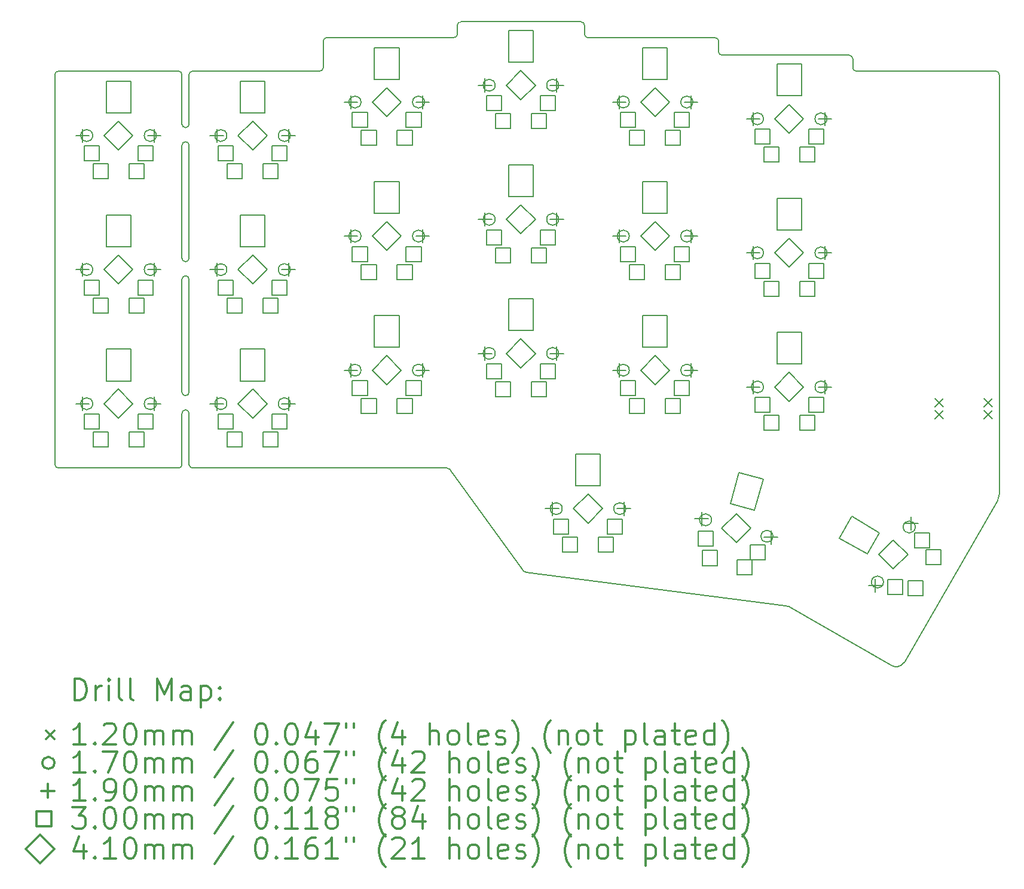
<source format=gbr>
%FSLAX45Y45*%
G04 Gerber Fmt 4.5, Leading zero omitted, Abs format (unit mm)*
G04 Created by KiCad (PCBNEW 5.1.5+dfsg1-2~bpo10+1) date 2020-09-05 13:18:22*
%MOMM*%
%LPD*%
G04 APERTURE LIST*
%TA.AperFunction,Profile*%
%ADD10C,0.150000*%
%TD*%
%ADD11C,0.200000*%
%ADD12C,0.300000*%
G04 APERTURE END LIST*
D10*
X19475000Y-12797500D02*
G75*
G02X19452276Y-12884770I-170224J-2270D01*
G01*
X18129726Y-15178146D02*
G75*
G02X17936925Y-15216096I-115301J77051D01*
G01*
X16442056Y-14377034D02*
G75*
G02X16507500Y-14390000I-33315J-339810D01*
G01*
X18130000Y-15177500D02*
X19452500Y-12885000D01*
X16507500Y-14390000D02*
X17940000Y-15217500D01*
X12775000Y-13900000D02*
X16445000Y-14377500D01*
X12739645Y-13885355D02*
G75*
G03X12775000Y-13900000I35355J35355D01*
G01*
X11685000Y-12440000D02*
X12740000Y-13885000D01*
X17400000Y-6625000D02*
X17400000Y-6750000D01*
X17400000Y-6625000D02*
G75*
G03X17350000Y-6575000I-50000J0D01*
G01*
X17400000Y-6750000D02*
G75*
G03X17450000Y-6800000I50000J0D01*
G01*
X19425000Y-6800000D02*
X17450000Y-6800000D01*
X11685355Y-12439645D02*
G75*
G03X11650000Y-12425000I-35355J-35355D01*
G01*
X6100000Y-12375000D02*
G75*
G03X6150000Y-12425000I50000J0D01*
G01*
X6150000Y-6800000D02*
G75*
G03X6100000Y-6850000I0J-50000D01*
G01*
X7850000Y-12425000D02*
G75*
G03X7900000Y-12375000I0J50000D01*
G01*
X8000000Y-12375000D02*
G75*
G03X8050000Y-12425000I50000J0D01*
G01*
X7950000Y-11600000D02*
G75*
G03X7900000Y-11650000I0J-50000D01*
G01*
X8000000Y-11650000D02*
G75*
G03X7950000Y-11600000I-50000J0D01*
G01*
X7950000Y-11400000D02*
G75*
G03X8000000Y-11350000I0J50000D01*
G01*
X7900000Y-11350000D02*
G75*
G03X7950000Y-11400000I50000J0D01*
G01*
X7950000Y-9700000D02*
G75*
G03X7900000Y-9750000I0J-50000D01*
G01*
X8000000Y-9750000D02*
G75*
G03X7950000Y-9700000I-50000J0D01*
G01*
X7900000Y-9450000D02*
G75*
G03X7950000Y-9500000I50000J0D01*
G01*
X7950000Y-9500000D02*
G75*
G03X8000000Y-9450000I0J50000D01*
G01*
X7900000Y-6850000D02*
G75*
G03X7850000Y-6800000I-50000J0D01*
G01*
X8050000Y-6800000D02*
G75*
G03X8000000Y-6850000I0J-50000D01*
G01*
X8000000Y-7850000D02*
G75*
G03X7950000Y-7800000I-50000J0D01*
G01*
X7950000Y-7800000D02*
G75*
G03X7900000Y-7850000I0J-50000D01*
G01*
X7950000Y-7600000D02*
G75*
G03X8000000Y-7550000I0J50000D01*
G01*
X7900000Y-7550000D02*
G75*
G03X7950000Y-7600000I50000J0D01*
G01*
X9850000Y-6800000D02*
G75*
G03X9900000Y-6750000I0J50000D01*
G01*
X9950000Y-6325000D02*
G75*
G03X9900000Y-6375000I0J-50000D01*
G01*
X11750000Y-6325000D02*
G75*
G03X11800000Y-6275000I0J50000D01*
G01*
X11850000Y-6100000D02*
G75*
G03X11800000Y-6150000I0J-50000D01*
G01*
X13600000Y-6150000D02*
G75*
G03X13550000Y-6100000I-50000J0D01*
G01*
X13600000Y-6275000D02*
G75*
G03X13650000Y-6325000I50000J0D01*
G01*
X15500000Y-6375000D02*
G75*
G03X15450000Y-6325000I-50000J0D01*
G01*
X15500000Y-6525000D02*
G75*
G03X15550000Y-6575000I50000J0D01*
G01*
X19475000Y-6850000D02*
G75*
G03X19425000Y-6800000I-50000J0D01*
G01*
X13825000Y-12230000D02*
X13475000Y-12230000D01*
X19475000Y-6850000D02*
X19475000Y-12797500D01*
X7900000Y-12375000D02*
X7900000Y-11650000D01*
X11650000Y-12425000D02*
X8050000Y-12425000D01*
X8000000Y-11650000D02*
X8000000Y-12375000D01*
X7900000Y-11350000D02*
X7900000Y-9750000D01*
X8000000Y-9750000D02*
X8000000Y-11350000D01*
X8000000Y-9450000D02*
X8000000Y-7850000D01*
X7900000Y-7850000D02*
X7900000Y-9450000D01*
X7850000Y-6800000D02*
X6150000Y-6800000D01*
X8000000Y-7550000D02*
X8000000Y-6850000D01*
X7900000Y-6850000D02*
X7900000Y-7550000D01*
X17390000Y-13110000D02*
X17210000Y-13420000D01*
X17780000Y-13340000D02*
X17390000Y-13110000D01*
X17610000Y-13640000D02*
X17780000Y-13340000D01*
X17210000Y-13420000D02*
X17610000Y-13640000D01*
X16130000Y-12580000D02*
X15790000Y-12490000D01*
X16010000Y-13020000D02*
X16130000Y-12580000D01*
X15670000Y-12930000D02*
X16010000Y-13020000D01*
X15790000Y-12490000D02*
X15670000Y-12930000D01*
X13825000Y-12675000D02*
X13825000Y-12230000D01*
X13475000Y-12675000D02*
X13825000Y-12675000D01*
X13475000Y-12235000D02*
X13475000Y-12675000D01*
X16675000Y-10500000D02*
X16325000Y-10500000D01*
X16675000Y-10950000D02*
X16675000Y-10500000D01*
X16325000Y-10950000D02*
X16675000Y-10950000D01*
X16325000Y-10500000D02*
X16325000Y-10950000D01*
X14775000Y-10265000D02*
X14425000Y-10265000D01*
X14775000Y-10715000D02*
X14775000Y-10265000D01*
X14425000Y-10715000D02*
X14775000Y-10715000D01*
X14425000Y-10265000D02*
X14425000Y-10710000D01*
X12875000Y-10025000D02*
X12525000Y-10025000D01*
X12875000Y-10475000D02*
X12875000Y-10030000D01*
X12525000Y-10475000D02*
X12875000Y-10475000D01*
X12525000Y-10030000D02*
X12525000Y-10475000D01*
X10975000Y-10265000D02*
X10625000Y-10265000D01*
X10975000Y-10715000D02*
X10975000Y-10265000D01*
X10625000Y-10715000D02*
X10975000Y-10715000D01*
X10625000Y-10265000D02*
X10625000Y-10710000D01*
X16675000Y-8600000D02*
X16325000Y-8600000D01*
X16675000Y-9050000D02*
X16675000Y-8600000D01*
X16325000Y-9050000D02*
X16675000Y-9050000D01*
X16325000Y-8600000D02*
X16325000Y-9050000D01*
X14775000Y-8365000D02*
X14425000Y-8365000D01*
X14775000Y-8815000D02*
X14775000Y-8365000D01*
X14425000Y-8815000D02*
X14775000Y-8815000D01*
X14425000Y-8365000D02*
X14425000Y-8810000D01*
X12875000Y-8125000D02*
X12525000Y-8125000D01*
X12875000Y-8575000D02*
X12875000Y-8130000D01*
X12525000Y-8575000D02*
X12875000Y-8575000D01*
X12525000Y-8130000D02*
X12525000Y-8575000D01*
X10975000Y-8365000D02*
X10625000Y-8365000D01*
X10975000Y-8815000D02*
X10975000Y-8365000D01*
X10625000Y-8815000D02*
X10975000Y-8815000D01*
X10625000Y-8365000D02*
X10625000Y-8810000D01*
X16675000Y-6700000D02*
X16325000Y-6700000D01*
X16675000Y-7150000D02*
X16675000Y-6700000D01*
X16325000Y-7150000D02*
X16675000Y-7150000D01*
X16325000Y-6700000D02*
X16325000Y-7150000D01*
X14775000Y-6465000D02*
X14425000Y-6465000D01*
X14775000Y-6915000D02*
X14775000Y-6465000D01*
X14425000Y-6915000D02*
X14775000Y-6915000D01*
X14425000Y-6465000D02*
X14425000Y-6910000D01*
X12875000Y-6225000D02*
X12525000Y-6225000D01*
X12875000Y-6675000D02*
X12875000Y-6225000D01*
X12525000Y-6675000D02*
X12875000Y-6675000D01*
X12525000Y-6225000D02*
X12525000Y-6670000D01*
X10975000Y-6465000D02*
X10625000Y-6465000D01*
X10975000Y-6915000D02*
X10975000Y-6465000D01*
X10625000Y-6915000D02*
X10975000Y-6915000D01*
X10625000Y-6465000D02*
X10625000Y-6910000D01*
X9075000Y-10740000D02*
X8725000Y-10740000D01*
X9075000Y-11190000D02*
X9075000Y-10740000D01*
X8725000Y-11190000D02*
X9075000Y-11190000D01*
X8725000Y-10740000D02*
X8725000Y-11190000D01*
X7175000Y-10740000D02*
X6825000Y-10740000D01*
X7175000Y-11190000D02*
X7175000Y-10740000D01*
X6825000Y-11190000D02*
X7175000Y-11190000D01*
X6825000Y-10740000D02*
X6825000Y-11190000D01*
X9075000Y-8840000D02*
X8725000Y-8840000D01*
X9075000Y-9290000D02*
X9075000Y-8840000D01*
X8725000Y-9290000D02*
X9075000Y-9290000D01*
X8725000Y-8840000D02*
X8725000Y-9290000D01*
X7175000Y-8840000D02*
X6825000Y-8840000D01*
X7175000Y-9290000D02*
X7175000Y-8840000D01*
X6825000Y-9290000D02*
X7175000Y-9290000D01*
X6825000Y-8840000D02*
X6825000Y-9290000D01*
X9075000Y-6940000D02*
X8725000Y-6940000D01*
X9075000Y-7390000D02*
X9075000Y-6940000D01*
X8725000Y-7390000D02*
X9075000Y-7390000D01*
X8725000Y-6940000D02*
X8725000Y-7390000D01*
X7175000Y-6940000D02*
X6825000Y-6940000D01*
X7175000Y-7390000D02*
X7175000Y-6940000D01*
X6825000Y-7390000D02*
X7175000Y-7390000D01*
X6825000Y-6940000D02*
X6825000Y-7390000D01*
X6150000Y-12425000D02*
X7850000Y-12425000D01*
X6100000Y-6850000D02*
X6100000Y-12375000D01*
X9850000Y-6800000D02*
X8050000Y-6800000D01*
X9900000Y-6375000D02*
X9900000Y-6750000D01*
X11750000Y-6325000D02*
X9950000Y-6325000D01*
X11800000Y-6150000D02*
X11800000Y-6275000D01*
X13550000Y-6100000D02*
X11850000Y-6100000D01*
X13600000Y-6275000D02*
X13600000Y-6150000D01*
X15450000Y-6325000D02*
X13650000Y-6325000D01*
X15500000Y-6525000D02*
X15500000Y-6375000D01*
X17350000Y-6575000D02*
X15550000Y-6575000D01*
D11*
X18560000Y-11435000D02*
X18680000Y-11555000D01*
X18680000Y-11435000D02*
X18560000Y-11555000D01*
X18560000Y-11610000D02*
X18680000Y-11730000D01*
X18680000Y-11610000D02*
X18560000Y-11730000D01*
X19260000Y-11435000D02*
X19380000Y-11555000D01*
X19380000Y-11435000D02*
X19260000Y-11555000D01*
X19260000Y-11610000D02*
X19380000Y-11730000D01*
X19380000Y-11610000D02*
X19260000Y-11730000D01*
X14235000Y-7237500D02*
G75*
G03X14235000Y-7237500I-85000J0D01*
G01*
X15135000Y-7237500D02*
G75*
G03X15135000Y-7237500I-85000J0D01*
G01*
X12335000Y-8900000D02*
G75*
G03X12335000Y-8900000I-85000J0D01*
G01*
X13235000Y-8900000D02*
G75*
G03X13235000Y-8900000I-85000J0D01*
G01*
X10435000Y-11037500D02*
G75*
G03X10435000Y-11037500I-85000J0D01*
G01*
X11335000Y-11037500D02*
G75*
G03X11335000Y-11037500I-85000J0D01*
G01*
X10435000Y-7237500D02*
G75*
G03X10435000Y-7237500I-85000J0D01*
G01*
X11335000Y-7237500D02*
G75*
G03X11335000Y-7237500I-85000J0D01*
G01*
X8535000Y-7712500D02*
G75*
G03X8535000Y-7712500I-85000J0D01*
G01*
X9435000Y-7712500D02*
G75*
G03X9435000Y-7712500I-85000J0D01*
G01*
X10435000Y-9137500D02*
G75*
G03X10435000Y-9137500I-85000J0D01*
G01*
X11335000Y-9137500D02*
G75*
G03X11335000Y-9137500I-85000J0D01*
G01*
X14235000Y-11037500D02*
G75*
G03X14235000Y-11037500I-85000J0D01*
G01*
X15135000Y-11037500D02*
G75*
G03X15135000Y-11037500I-85000J0D01*
G01*
X6635000Y-7712500D02*
G75*
G03X6635000Y-7712500I-85000J0D01*
G01*
X7535000Y-7712500D02*
G75*
G03X7535000Y-7712500I-85000J0D01*
G01*
X8535000Y-11512500D02*
G75*
G03X8535000Y-11512500I-85000J0D01*
G01*
X9435000Y-11512500D02*
G75*
G03X9435000Y-11512500I-85000J0D01*
G01*
X8535000Y-9612500D02*
G75*
G03X8535000Y-9612500I-85000J0D01*
G01*
X9435000Y-9612500D02*
G75*
G03X9435000Y-9612500I-85000J0D01*
G01*
X17835000Y-14039711D02*
G75*
G03X17835000Y-14039711I-85000J0D01*
G01*
X18285000Y-13260289D02*
G75*
G03X18285000Y-13260289I-85000J0D01*
G01*
X6635000Y-11512500D02*
G75*
G03X6635000Y-11512500I-85000J0D01*
G01*
X7535000Y-11512500D02*
G75*
G03X7535000Y-11512500I-85000J0D01*
G01*
X6635000Y-9612500D02*
G75*
G03X6635000Y-9612500I-85000J0D01*
G01*
X7535000Y-9612500D02*
G75*
G03X7535000Y-9612500I-85000J0D01*
G01*
X15400333Y-13158531D02*
G75*
G03X15400333Y-13158531I-85000J0D01*
G01*
X16269667Y-13391469D02*
G75*
G03X16269667Y-13391469I-85000J0D01*
G01*
X16135000Y-9375000D02*
G75*
G03X16135000Y-9375000I-85000J0D01*
G01*
X17035000Y-9375000D02*
G75*
G03X17035000Y-9375000I-85000J0D01*
G01*
X13285000Y-13000000D02*
G75*
G03X13285000Y-13000000I-85000J0D01*
G01*
X14185000Y-13000000D02*
G75*
G03X14185000Y-13000000I-85000J0D01*
G01*
X16135000Y-11275000D02*
G75*
G03X16135000Y-11275000I-85000J0D01*
G01*
X17035000Y-11275000D02*
G75*
G03X17035000Y-11275000I-85000J0D01*
G01*
X12335000Y-10800000D02*
G75*
G03X12335000Y-10800000I-85000J0D01*
G01*
X13235000Y-10800000D02*
G75*
G03X13235000Y-10800000I-85000J0D01*
G01*
X12335000Y-7000000D02*
G75*
G03X12335000Y-7000000I-85000J0D01*
G01*
X13235000Y-7000000D02*
G75*
G03X13235000Y-7000000I-85000J0D01*
G01*
X14235000Y-9137500D02*
G75*
G03X14235000Y-9137500I-85000J0D01*
G01*
X15135000Y-9137500D02*
G75*
G03X15135000Y-9137500I-85000J0D01*
G01*
X16135000Y-7475000D02*
G75*
G03X16135000Y-7475000I-85000J0D01*
G01*
X17035000Y-7475000D02*
G75*
G03X17035000Y-7475000I-85000J0D01*
G01*
X14092000Y-7142500D02*
X14092000Y-7332500D01*
X13997000Y-7237500D02*
X14187000Y-7237500D01*
X15108000Y-7142500D02*
X15108000Y-7332500D01*
X15013000Y-7237500D02*
X15203000Y-7237500D01*
X12192000Y-8805000D02*
X12192000Y-8995000D01*
X12097000Y-8900000D02*
X12287000Y-8900000D01*
X13208000Y-8805000D02*
X13208000Y-8995000D01*
X13113000Y-8900000D02*
X13303000Y-8900000D01*
X10292000Y-10942500D02*
X10292000Y-11132500D01*
X10197000Y-11037500D02*
X10387000Y-11037500D01*
X11308000Y-10942500D02*
X11308000Y-11132500D01*
X11213000Y-11037500D02*
X11403000Y-11037500D01*
X10292000Y-7142500D02*
X10292000Y-7332500D01*
X10197000Y-7237500D02*
X10387000Y-7237500D01*
X11308000Y-7142500D02*
X11308000Y-7332500D01*
X11213000Y-7237500D02*
X11403000Y-7237500D01*
X8392000Y-7617500D02*
X8392000Y-7807500D01*
X8297000Y-7712500D02*
X8487000Y-7712500D01*
X9408000Y-7617500D02*
X9408000Y-7807500D01*
X9313000Y-7712500D02*
X9503000Y-7712500D01*
X10292000Y-9042500D02*
X10292000Y-9232500D01*
X10197000Y-9137500D02*
X10387000Y-9137500D01*
X11308000Y-9042500D02*
X11308000Y-9232500D01*
X11213000Y-9137500D02*
X11403000Y-9137500D01*
X14092000Y-10942500D02*
X14092000Y-11132500D01*
X13997000Y-11037500D02*
X14187000Y-11037500D01*
X15108000Y-10942500D02*
X15108000Y-11132500D01*
X15013000Y-11037500D02*
X15203000Y-11037500D01*
X6492000Y-7617500D02*
X6492000Y-7807500D01*
X6397000Y-7712500D02*
X6587000Y-7712500D01*
X7508000Y-7617500D02*
X7508000Y-7807500D01*
X7413000Y-7712500D02*
X7603000Y-7712500D01*
X8392000Y-11417500D02*
X8392000Y-11607500D01*
X8297000Y-11512500D02*
X8487000Y-11512500D01*
X9408000Y-11417500D02*
X9408000Y-11607500D01*
X9313000Y-11512500D02*
X9503000Y-11512500D01*
X8392000Y-9517500D02*
X8392000Y-9707500D01*
X8297000Y-9612500D02*
X8487000Y-9612500D01*
X9408000Y-9517500D02*
X9408000Y-9707500D01*
X9313000Y-9612500D02*
X9503000Y-9612500D01*
X17721000Y-13994941D02*
X17721000Y-14184941D01*
X17626000Y-14089941D02*
X17816000Y-14089941D01*
X18229000Y-13115059D02*
X18229000Y-13305059D01*
X18134000Y-13210059D02*
X18324000Y-13210059D01*
X6492000Y-11417500D02*
X6492000Y-11607500D01*
X6397000Y-11512500D02*
X6587000Y-11512500D01*
X7508000Y-11417500D02*
X7508000Y-11607500D01*
X7413000Y-11512500D02*
X7603000Y-11512500D01*
X6492000Y-9517500D02*
X6492000Y-9707500D01*
X6397000Y-9612500D02*
X6587000Y-9612500D01*
X7508000Y-9517500D02*
X7508000Y-9707500D01*
X7413000Y-9612500D02*
X7603000Y-9612500D01*
X15259310Y-13048520D02*
X15259310Y-13238520D01*
X15164310Y-13143520D02*
X15354310Y-13143520D01*
X16240690Y-13311480D02*
X16240690Y-13501480D01*
X16145690Y-13406480D02*
X16335690Y-13406480D01*
X15992000Y-9280000D02*
X15992000Y-9470000D01*
X15897000Y-9375000D02*
X16087000Y-9375000D01*
X17008000Y-9280000D02*
X17008000Y-9470000D01*
X16913000Y-9375000D02*
X17103000Y-9375000D01*
X13142000Y-12905000D02*
X13142000Y-13095000D01*
X13047000Y-13000000D02*
X13237000Y-13000000D01*
X14158000Y-12905000D02*
X14158000Y-13095000D01*
X14063000Y-13000000D02*
X14253000Y-13000000D01*
X15992000Y-11180000D02*
X15992000Y-11370000D01*
X15897000Y-11275000D02*
X16087000Y-11275000D01*
X17008000Y-11180000D02*
X17008000Y-11370000D01*
X16913000Y-11275000D02*
X17103000Y-11275000D01*
X12192000Y-10705000D02*
X12192000Y-10895000D01*
X12097000Y-10800000D02*
X12287000Y-10800000D01*
X13208000Y-10705000D02*
X13208000Y-10895000D01*
X13113000Y-10800000D02*
X13303000Y-10800000D01*
X12192000Y-6905000D02*
X12192000Y-7095000D01*
X12097000Y-7000000D02*
X12287000Y-7000000D01*
X13208000Y-6905000D02*
X13208000Y-7095000D01*
X13113000Y-7000000D02*
X13303000Y-7000000D01*
X14092000Y-9042500D02*
X14092000Y-9232500D01*
X13997000Y-9137500D02*
X14187000Y-9137500D01*
X15108000Y-9042500D02*
X15108000Y-9232500D01*
X15013000Y-9137500D02*
X15203000Y-9137500D01*
X15992000Y-7380000D02*
X15992000Y-7570000D01*
X15897000Y-7475000D02*
X16087000Y-7475000D01*
X17008000Y-7380000D02*
X17008000Y-7570000D01*
X16913000Y-7475000D02*
X17103000Y-7475000D01*
X12425067Y-9260067D02*
X12425067Y-9047933D01*
X12212933Y-9047933D01*
X12212933Y-9260067D01*
X12425067Y-9260067D01*
X12552067Y-9514067D02*
X12552067Y-9301933D01*
X12339933Y-9301933D01*
X12339933Y-9514067D01*
X12552067Y-9514067D01*
X13060067Y-9514067D02*
X13060067Y-9301933D01*
X12847933Y-9301933D01*
X12847933Y-9514067D01*
X13060067Y-9514067D01*
X13187067Y-9260067D02*
X13187067Y-9047933D01*
X12974933Y-9047933D01*
X12974933Y-9260067D01*
X13187067Y-9260067D01*
X10525067Y-11397567D02*
X10525067Y-11185433D01*
X10312933Y-11185433D01*
X10312933Y-11397567D01*
X10525067Y-11397567D01*
X10652067Y-11651567D02*
X10652067Y-11439433D01*
X10439933Y-11439433D01*
X10439933Y-11651567D01*
X10652067Y-11651567D01*
X11160067Y-11651567D02*
X11160067Y-11439433D01*
X10947933Y-11439433D01*
X10947933Y-11651567D01*
X11160067Y-11651567D01*
X11287067Y-11397567D02*
X11287067Y-11185433D01*
X11074933Y-11185433D01*
X11074933Y-11397567D01*
X11287067Y-11397567D01*
X10525067Y-7597567D02*
X10525067Y-7385433D01*
X10312933Y-7385433D01*
X10312933Y-7597567D01*
X10525067Y-7597567D01*
X10652067Y-7851567D02*
X10652067Y-7639433D01*
X10439933Y-7639433D01*
X10439933Y-7851567D01*
X10652067Y-7851567D01*
X11160067Y-7851567D02*
X11160067Y-7639433D01*
X10947933Y-7639433D01*
X10947933Y-7851567D01*
X11160067Y-7851567D01*
X11287067Y-7597567D02*
X11287067Y-7385433D01*
X11074933Y-7385433D01*
X11074933Y-7597567D01*
X11287067Y-7597567D01*
X8625067Y-8072567D02*
X8625067Y-7860433D01*
X8412933Y-7860433D01*
X8412933Y-8072567D01*
X8625067Y-8072567D01*
X8752067Y-8326567D02*
X8752067Y-8114433D01*
X8539933Y-8114433D01*
X8539933Y-8326567D01*
X8752067Y-8326567D01*
X9260067Y-8326567D02*
X9260067Y-8114433D01*
X9047933Y-8114433D01*
X9047933Y-8326567D01*
X9260067Y-8326567D01*
X9387067Y-8072567D02*
X9387067Y-7860433D01*
X9174933Y-7860433D01*
X9174933Y-8072567D01*
X9387067Y-8072567D01*
X10525067Y-9497567D02*
X10525067Y-9285433D01*
X10312933Y-9285433D01*
X10312933Y-9497567D01*
X10525067Y-9497567D01*
X10652067Y-9751567D02*
X10652067Y-9539433D01*
X10439933Y-9539433D01*
X10439933Y-9751567D01*
X10652067Y-9751567D01*
X11160067Y-9751567D02*
X11160067Y-9539433D01*
X10947933Y-9539433D01*
X10947933Y-9751567D01*
X11160067Y-9751567D01*
X11287067Y-9497567D02*
X11287067Y-9285433D01*
X11074933Y-9285433D01*
X11074933Y-9497567D01*
X11287067Y-9497567D01*
X14325067Y-11397567D02*
X14325067Y-11185433D01*
X14112933Y-11185433D01*
X14112933Y-11397567D01*
X14325067Y-11397567D01*
X14452067Y-11651567D02*
X14452067Y-11439433D01*
X14239933Y-11439433D01*
X14239933Y-11651567D01*
X14452067Y-11651567D01*
X14960067Y-11651567D02*
X14960067Y-11439433D01*
X14747933Y-11439433D01*
X14747933Y-11651567D01*
X14960067Y-11651567D01*
X15087067Y-11397567D02*
X15087067Y-11185433D01*
X14874933Y-11185433D01*
X14874933Y-11397567D01*
X15087067Y-11397567D01*
X6725067Y-8072567D02*
X6725067Y-7860433D01*
X6512933Y-7860433D01*
X6512933Y-8072567D01*
X6725067Y-8072567D01*
X6852067Y-8326567D02*
X6852067Y-8114433D01*
X6639933Y-8114433D01*
X6639933Y-8326567D01*
X6852067Y-8326567D01*
X7360067Y-8326567D02*
X7360067Y-8114433D01*
X7147933Y-8114433D01*
X7147933Y-8326567D01*
X7360067Y-8326567D01*
X7487067Y-8072567D02*
X7487067Y-7860433D01*
X7274933Y-7860433D01*
X7274933Y-8072567D01*
X7487067Y-8072567D01*
X8625067Y-11872567D02*
X8625067Y-11660433D01*
X8412933Y-11660433D01*
X8412933Y-11872567D01*
X8625067Y-11872567D01*
X8752067Y-12126567D02*
X8752067Y-11914433D01*
X8539933Y-11914433D01*
X8539933Y-12126567D01*
X8752067Y-12126567D01*
X9260067Y-12126567D02*
X9260067Y-11914433D01*
X9047933Y-11914433D01*
X9047933Y-12126567D01*
X9260067Y-12126567D01*
X9387067Y-11872567D02*
X9387067Y-11660433D01*
X9174933Y-11660433D01*
X9174933Y-11872567D01*
X9387067Y-11872567D01*
X8625067Y-9972567D02*
X8625067Y-9760433D01*
X8412933Y-9760433D01*
X8412933Y-9972567D01*
X8625067Y-9972567D01*
X8752067Y-10226567D02*
X8752067Y-10014433D01*
X8539933Y-10014433D01*
X8539933Y-10226567D01*
X8752067Y-10226567D01*
X9260067Y-10226567D02*
X9260067Y-10014433D01*
X9047933Y-10014433D01*
X9047933Y-10226567D01*
X9260067Y-10226567D01*
X9387067Y-9972567D02*
X9387067Y-9760433D01*
X9174933Y-9760433D01*
X9174933Y-9972567D01*
X9387067Y-9972567D01*
X18110538Y-14213023D02*
X18110538Y-14000889D01*
X17898404Y-14000889D01*
X17898404Y-14213023D01*
X18110538Y-14213023D01*
X18394008Y-14230037D02*
X18394008Y-14017903D01*
X18181874Y-14017903D01*
X18181874Y-14230037D01*
X18394008Y-14230037D01*
X18491538Y-13553111D02*
X18491538Y-13340977D01*
X18279404Y-13340977D01*
X18279404Y-13553111D01*
X18491538Y-13553111D01*
X18648008Y-13790096D02*
X18648008Y-13577962D01*
X18435874Y-13577962D01*
X18435874Y-13790096D01*
X18648008Y-13790096D01*
X6725067Y-11872567D02*
X6725067Y-11660433D01*
X6512933Y-11660433D01*
X6512933Y-11872567D01*
X6725067Y-11872567D01*
X6852067Y-12126567D02*
X6852067Y-11914433D01*
X6639933Y-11914433D01*
X6639933Y-12126567D01*
X6852067Y-12126567D01*
X7360067Y-12126567D02*
X7360067Y-11914433D01*
X7147933Y-11914433D01*
X7147933Y-12126567D01*
X7360067Y-12126567D01*
X7487067Y-11872567D02*
X7487067Y-11660433D01*
X7274933Y-11660433D01*
X7274933Y-11872567D01*
X7487067Y-11872567D01*
X6725067Y-9972567D02*
X6725067Y-9760433D01*
X6512933Y-9760433D01*
X6512933Y-9972567D01*
X6725067Y-9972567D01*
X6852067Y-10226567D02*
X6852067Y-10014433D01*
X6639933Y-10014433D01*
X6639933Y-10226567D01*
X6852067Y-10226567D01*
X7360067Y-10226567D02*
X7360067Y-10014433D01*
X7147933Y-10014433D01*
X7147933Y-10226567D01*
X7360067Y-10226567D01*
X7487067Y-9972567D02*
X7487067Y-9760433D01*
X7274933Y-9760433D01*
X7274933Y-9972567D01*
X7487067Y-9972567D01*
X15422309Y-13527802D02*
X15422309Y-13315668D01*
X15210175Y-13315668D01*
X15210175Y-13527802D01*
X15422309Y-13527802D01*
X15479242Y-13806017D02*
X15479242Y-13593883D01*
X15267108Y-13593883D01*
X15267108Y-13806017D01*
X15479242Y-13806017D01*
X15969932Y-13937497D02*
X15969932Y-13725363D01*
X15757798Y-13725363D01*
X15757798Y-13937497D01*
X15969932Y-13937497D01*
X16158345Y-13725022D02*
X16158345Y-13512888D01*
X15946211Y-13512888D01*
X15946211Y-13725022D01*
X16158345Y-13725022D01*
X16225067Y-9735067D02*
X16225067Y-9522933D01*
X16012933Y-9522933D01*
X16012933Y-9735067D01*
X16225067Y-9735067D01*
X16352067Y-9989067D02*
X16352067Y-9776933D01*
X16139933Y-9776933D01*
X16139933Y-9989067D01*
X16352067Y-9989067D01*
X16860067Y-9989067D02*
X16860067Y-9776933D01*
X16647933Y-9776933D01*
X16647933Y-9989067D01*
X16860067Y-9989067D01*
X16987067Y-9735067D02*
X16987067Y-9522933D01*
X16774933Y-9522933D01*
X16774933Y-9735067D01*
X16987067Y-9735067D01*
X13375067Y-13360067D02*
X13375067Y-13147933D01*
X13162933Y-13147933D01*
X13162933Y-13360067D01*
X13375067Y-13360067D01*
X13502067Y-13614067D02*
X13502067Y-13401933D01*
X13289933Y-13401933D01*
X13289933Y-13614067D01*
X13502067Y-13614067D01*
X14010067Y-13614067D02*
X14010067Y-13401933D01*
X13797933Y-13401933D01*
X13797933Y-13614067D01*
X14010067Y-13614067D01*
X14137067Y-13360067D02*
X14137067Y-13147933D01*
X13924933Y-13147933D01*
X13924933Y-13360067D01*
X14137067Y-13360067D01*
X16225067Y-11635067D02*
X16225067Y-11422933D01*
X16012933Y-11422933D01*
X16012933Y-11635067D01*
X16225067Y-11635067D01*
X16352067Y-11889067D02*
X16352067Y-11676933D01*
X16139933Y-11676933D01*
X16139933Y-11889067D01*
X16352067Y-11889067D01*
X16860067Y-11889067D02*
X16860067Y-11676933D01*
X16647933Y-11676933D01*
X16647933Y-11889067D01*
X16860067Y-11889067D01*
X16987067Y-11635067D02*
X16987067Y-11422933D01*
X16774933Y-11422933D01*
X16774933Y-11635067D01*
X16987067Y-11635067D01*
X12425067Y-11160067D02*
X12425067Y-10947933D01*
X12212933Y-10947933D01*
X12212933Y-11160067D01*
X12425067Y-11160067D01*
X12552067Y-11414067D02*
X12552067Y-11201933D01*
X12339933Y-11201933D01*
X12339933Y-11414067D01*
X12552067Y-11414067D01*
X13060067Y-11414067D02*
X13060067Y-11201933D01*
X12847933Y-11201933D01*
X12847933Y-11414067D01*
X13060067Y-11414067D01*
X13187067Y-11160067D02*
X13187067Y-10947933D01*
X12974933Y-10947933D01*
X12974933Y-11160067D01*
X13187067Y-11160067D01*
X12425067Y-7360067D02*
X12425067Y-7147933D01*
X12212933Y-7147933D01*
X12212933Y-7360067D01*
X12425067Y-7360067D01*
X12552067Y-7614067D02*
X12552067Y-7401933D01*
X12339933Y-7401933D01*
X12339933Y-7614067D01*
X12552067Y-7614067D01*
X13060067Y-7614067D02*
X13060067Y-7401933D01*
X12847933Y-7401933D01*
X12847933Y-7614067D01*
X13060067Y-7614067D01*
X13187067Y-7360067D02*
X13187067Y-7147933D01*
X12974933Y-7147933D01*
X12974933Y-7360067D01*
X13187067Y-7360067D01*
X14325067Y-9497567D02*
X14325067Y-9285433D01*
X14112933Y-9285433D01*
X14112933Y-9497567D01*
X14325067Y-9497567D01*
X14452067Y-9751567D02*
X14452067Y-9539433D01*
X14239933Y-9539433D01*
X14239933Y-9751567D01*
X14452067Y-9751567D01*
X14960067Y-9751567D02*
X14960067Y-9539433D01*
X14747933Y-9539433D01*
X14747933Y-9751567D01*
X14960067Y-9751567D01*
X15087067Y-9497567D02*
X15087067Y-9285433D01*
X14874933Y-9285433D01*
X14874933Y-9497567D01*
X15087067Y-9497567D01*
X16225067Y-7835067D02*
X16225067Y-7622933D01*
X16012933Y-7622933D01*
X16012933Y-7835067D01*
X16225067Y-7835067D01*
X16352067Y-8089067D02*
X16352067Y-7876933D01*
X16139933Y-7876933D01*
X16139933Y-8089067D01*
X16352067Y-8089067D01*
X16860067Y-8089067D02*
X16860067Y-7876933D01*
X16647933Y-7876933D01*
X16647933Y-8089067D01*
X16860067Y-8089067D01*
X16987067Y-7835067D02*
X16987067Y-7622933D01*
X16774933Y-7622933D01*
X16774933Y-7835067D01*
X16987067Y-7835067D01*
X14325067Y-7597567D02*
X14325067Y-7385433D01*
X14112933Y-7385433D01*
X14112933Y-7597567D01*
X14325067Y-7597567D01*
X14452067Y-7851567D02*
X14452067Y-7639433D01*
X14239933Y-7639433D01*
X14239933Y-7851567D01*
X14452067Y-7851567D01*
X14960067Y-7851567D02*
X14960067Y-7639433D01*
X14747933Y-7639433D01*
X14747933Y-7851567D01*
X14960067Y-7851567D01*
X15087067Y-7597567D02*
X15087067Y-7385433D01*
X14874933Y-7385433D01*
X14874933Y-7597567D01*
X15087067Y-7597567D01*
X16500000Y-11480000D02*
X16705000Y-11275000D01*
X16500000Y-11070000D01*
X16295000Y-11275000D01*
X16500000Y-11480000D01*
X12700000Y-11005000D02*
X12905000Y-10800000D01*
X12700000Y-10595000D01*
X12495000Y-10800000D01*
X12700000Y-11005000D01*
X12700000Y-7205000D02*
X12905000Y-7000000D01*
X12700000Y-6795000D01*
X12495000Y-7000000D01*
X12700000Y-7205000D01*
X14600000Y-9342500D02*
X14805000Y-9137500D01*
X14600000Y-8932500D01*
X14395000Y-9137500D01*
X14600000Y-9342500D01*
X16500000Y-7680000D02*
X16705000Y-7475000D01*
X16500000Y-7270000D01*
X16295000Y-7475000D01*
X16500000Y-7680000D01*
X14600000Y-7442500D02*
X14805000Y-7237500D01*
X14600000Y-7032500D01*
X14395000Y-7237500D01*
X14600000Y-7442500D01*
X12700000Y-9105000D02*
X12905000Y-8900000D01*
X12700000Y-8695000D01*
X12495000Y-8900000D01*
X12700000Y-9105000D01*
X10800000Y-11242500D02*
X11005000Y-11037500D01*
X10800000Y-10832500D01*
X10595000Y-11037500D01*
X10800000Y-11242500D01*
X10800000Y-7442500D02*
X11005000Y-7237500D01*
X10800000Y-7032500D01*
X10595000Y-7237500D01*
X10800000Y-7442500D01*
X8900000Y-7917500D02*
X9105000Y-7712500D01*
X8900000Y-7507500D01*
X8695000Y-7712500D01*
X8900000Y-7917500D01*
X10800000Y-9342500D02*
X11005000Y-9137500D01*
X10800000Y-8932500D01*
X10595000Y-9137500D01*
X10800000Y-9342500D01*
X14600000Y-11242500D02*
X14805000Y-11037500D01*
X14600000Y-10832500D01*
X14395000Y-11037500D01*
X14600000Y-11242500D01*
X7000000Y-7917500D02*
X7205000Y-7712500D01*
X7000000Y-7507500D01*
X6795000Y-7712500D01*
X7000000Y-7917500D01*
X8900000Y-11717500D02*
X9105000Y-11512500D01*
X8900000Y-11307500D01*
X8695000Y-11512500D01*
X8900000Y-11717500D01*
X8900000Y-9817500D02*
X9105000Y-9612500D01*
X8900000Y-9407500D01*
X8695000Y-9612500D01*
X8900000Y-9817500D01*
X17975000Y-13855000D02*
X18180000Y-13650000D01*
X17975000Y-13445000D01*
X17770000Y-13650000D01*
X17975000Y-13855000D01*
X7000000Y-11717500D02*
X7205000Y-11512500D01*
X7000000Y-11307500D01*
X6795000Y-11512500D01*
X7000000Y-11717500D01*
X7000000Y-9817500D02*
X7205000Y-9612500D01*
X7000000Y-9407500D01*
X6795000Y-9612500D01*
X7000000Y-9817500D01*
X15750000Y-13480000D02*
X15955000Y-13275000D01*
X15750000Y-13070000D01*
X15545000Y-13275000D01*
X15750000Y-13480000D01*
X16500000Y-9580000D02*
X16705000Y-9375000D01*
X16500000Y-9170000D01*
X16295000Y-9375000D01*
X16500000Y-9580000D01*
X13650000Y-13205000D02*
X13855000Y-13000000D01*
X13650000Y-12795000D01*
X13445000Y-13000000D01*
X13650000Y-13205000D01*
D12*
X6378928Y-15712987D02*
X6378928Y-15412987D01*
X6450357Y-15412987D01*
X6493214Y-15427272D01*
X6521786Y-15455844D01*
X6536071Y-15484415D01*
X6550357Y-15541558D01*
X6550357Y-15584415D01*
X6536071Y-15641558D01*
X6521786Y-15670129D01*
X6493214Y-15698701D01*
X6450357Y-15712987D01*
X6378928Y-15712987D01*
X6678928Y-15712987D02*
X6678928Y-15512987D01*
X6678928Y-15570129D02*
X6693214Y-15541558D01*
X6707500Y-15527272D01*
X6736071Y-15512987D01*
X6764643Y-15512987D01*
X6864643Y-15712987D02*
X6864643Y-15512987D01*
X6864643Y-15412987D02*
X6850357Y-15427272D01*
X6864643Y-15441558D01*
X6878928Y-15427272D01*
X6864643Y-15412987D01*
X6864643Y-15441558D01*
X7050357Y-15712987D02*
X7021786Y-15698701D01*
X7007500Y-15670129D01*
X7007500Y-15412987D01*
X7207500Y-15712987D02*
X7178928Y-15698701D01*
X7164643Y-15670129D01*
X7164643Y-15412987D01*
X7550357Y-15712987D02*
X7550357Y-15412987D01*
X7650357Y-15627272D01*
X7750357Y-15412987D01*
X7750357Y-15712987D01*
X8021786Y-15712987D02*
X8021786Y-15555844D01*
X8007500Y-15527272D01*
X7978928Y-15512987D01*
X7921786Y-15512987D01*
X7893214Y-15527272D01*
X8021786Y-15698701D02*
X7993214Y-15712987D01*
X7921786Y-15712987D01*
X7893214Y-15698701D01*
X7878928Y-15670129D01*
X7878928Y-15641558D01*
X7893214Y-15612987D01*
X7921786Y-15598701D01*
X7993214Y-15598701D01*
X8021786Y-15584415D01*
X8164643Y-15512987D02*
X8164643Y-15812987D01*
X8164643Y-15527272D02*
X8193214Y-15512987D01*
X8250357Y-15512987D01*
X8278928Y-15527272D01*
X8293214Y-15541558D01*
X8307500Y-15570129D01*
X8307500Y-15655844D01*
X8293214Y-15684415D01*
X8278928Y-15698701D01*
X8250357Y-15712987D01*
X8193214Y-15712987D01*
X8164643Y-15698701D01*
X8436071Y-15684415D02*
X8450357Y-15698701D01*
X8436071Y-15712987D01*
X8421786Y-15698701D01*
X8436071Y-15684415D01*
X8436071Y-15712987D01*
X8436071Y-15527272D02*
X8450357Y-15541558D01*
X8436071Y-15555844D01*
X8421786Y-15541558D01*
X8436071Y-15527272D01*
X8436071Y-15555844D01*
X5972500Y-16147272D02*
X6092500Y-16267272D01*
X6092500Y-16147272D02*
X5972500Y-16267272D01*
X6536071Y-16342987D02*
X6364643Y-16342987D01*
X6450357Y-16342987D02*
X6450357Y-16042987D01*
X6421786Y-16085844D01*
X6393214Y-16114415D01*
X6364643Y-16128701D01*
X6664643Y-16314415D02*
X6678928Y-16328701D01*
X6664643Y-16342987D01*
X6650357Y-16328701D01*
X6664643Y-16314415D01*
X6664643Y-16342987D01*
X6793214Y-16071558D02*
X6807500Y-16057272D01*
X6836071Y-16042987D01*
X6907500Y-16042987D01*
X6936071Y-16057272D01*
X6950357Y-16071558D01*
X6964643Y-16100129D01*
X6964643Y-16128701D01*
X6950357Y-16171558D01*
X6778928Y-16342987D01*
X6964643Y-16342987D01*
X7150357Y-16042987D02*
X7178928Y-16042987D01*
X7207500Y-16057272D01*
X7221786Y-16071558D01*
X7236071Y-16100129D01*
X7250357Y-16157272D01*
X7250357Y-16228701D01*
X7236071Y-16285844D01*
X7221786Y-16314415D01*
X7207500Y-16328701D01*
X7178928Y-16342987D01*
X7150357Y-16342987D01*
X7121786Y-16328701D01*
X7107500Y-16314415D01*
X7093214Y-16285844D01*
X7078928Y-16228701D01*
X7078928Y-16157272D01*
X7093214Y-16100129D01*
X7107500Y-16071558D01*
X7121786Y-16057272D01*
X7150357Y-16042987D01*
X7378928Y-16342987D02*
X7378928Y-16142987D01*
X7378928Y-16171558D02*
X7393214Y-16157272D01*
X7421786Y-16142987D01*
X7464643Y-16142987D01*
X7493214Y-16157272D01*
X7507500Y-16185844D01*
X7507500Y-16342987D01*
X7507500Y-16185844D02*
X7521786Y-16157272D01*
X7550357Y-16142987D01*
X7593214Y-16142987D01*
X7621786Y-16157272D01*
X7636071Y-16185844D01*
X7636071Y-16342987D01*
X7778928Y-16342987D02*
X7778928Y-16142987D01*
X7778928Y-16171558D02*
X7793214Y-16157272D01*
X7821786Y-16142987D01*
X7864643Y-16142987D01*
X7893214Y-16157272D01*
X7907500Y-16185844D01*
X7907500Y-16342987D01*
X7907500Y-16185844D02*
X7921786Y-16157272D01*
X7950357Y-16142987D01*
X7993214Y-16142987D01*
X8021786Y-16157272D01*
X8036071Y-16185844D01*
X8036071Y-16342987D01*
X8621786Y-16028701D02*
X8364643Y-16414415D01*
X9007500Y-16042987D02*
X9036071Y-16042987D01*
X9064643Y-16057272D01*
X9078928Y-16071558D01*
X9093214Y-16100129D01*
X9107500Y-16157272D01*
X9107500Y-16228701D01*
X9093214Y-16285844D01*
X9078928Y-16314415D01*
X9064643Y-16328701D01*
X9036071Y-16342987D01*
X9007500Y-16342987D01*
X8978928Y-16328701D01*
X8964643Y-16314415D01*
X8950357Y-16285844D01*
X8936071Y-16228701D01*
X8936071Y-16157272D01*
X8950357Y-16100129D01*
X8964643Y-16071558D01*
X8978928Y-16057272D01*
X9007500Y-16042987D01*
X9236071Y-16314415D02*
X9250357Y-16328701D01*
X9236071Y-16342987D01*
X9221786Y-16328701D01*
X9236071Y-16314415D01*
X9236071Y-16342987D01*
X9436071Y-16042987D02*
X9464643Y-16042987D01*
X9493214Y-16057272D01*
X9507500Y-16071558D01*
X9521786Y-16100129D01*
X9536071Y-16157272D01*
X9536071Y-16228701D01*
X9521786Y-16285844D01*
X9507500Y-16314415D01*
X9493214Y-16328701D01*
X9464643Y-16342987D01*
X9436071Y-16342987D01*
X9407500Y-16328701D01*
X9393214Y-16314415D01*
X9378928Y-16285844D01*
X9364643Y-16228701D01*
X9364643Y-16157272D01*
X9378928Y-16100129D01*
X9393214Y-16071558D01*
X9407500Y-16057272D01*
X9436071Y-16042987D01*
X9793214Y-16142987D02*
X9793214Y-16342987D01*
X9721786Y-16028701D02*
X9650357Y-16242987D01*
X9836071Y-16242987D01*
X9921786Y-16042987D02*
X10121786Y-16042987D01*
X9993214Y-16342987D01*
X10221786Y-16042987D02*
X10221786Y-16100129D01*
X10336071Y-16042987D02*
X10336071Y-16100129D01*
X10778928Y-16457272D02*
X10764643Y-16442987D01*
X10736071Y-16400129D01*
X10721786Y-16371558D01*
X10707500Y-16328701D01*
X10693214Y-16257272D01*
X10693214Y-16200129D01*
X10707500Y-16128701D01*
X10721786Y-16085844D01*
X10736071Y-16057272D01*
X10764643Y-16014415D01*
X10778928Y-16000129D01*
X11021786Y-16142987D02*
X11021786Y-16342987D01*
X10950357Y-16028701D02*
X10878928Y-16242987D01*
X11064643Y-16242987D01*
X11407500Y-16342987D02*
X11407500Y-16042987D01*
X11536071Y-16342987D02*
X11536071Y-16185844D01*
X11521786Y-16157272D01*
X11493214Y-16142987D01*
X11450357Y-16142987D01*
X11421786Y-16157272D01*
X11407500Y-16171558D01*
X11721786Y-16342987D02*
X11693214Y-16328701D01*
X11678928Y-16314415D01*
X11664643Y-16285844D01*
X11664643Y-16200129D01*
X11678928Y-16171558D01*
X11693214Y-16157272D01*
X11721786Y-16142987D01*
X11764643Y-16142987D01*
X11793214Y-16157272D01*
X11807500Y-16171558D01*
X11821786Y-16200129D01*
X11821786Y-16285844D01*
X11807500Y-16314415D01*
X11793214Y-16328701D01*
X11764643Y-16342987D01*
X11721786Y-16342987D01*
X11993214Y-16342987D02*
X11964643Y-16328701D01*
X11950357Y-16300129D01*
X11950357Y-16042987D01*
X12221786Y-16328701D02*
X12193214Y-16342987D01*
X12136071Y-16342987D01*
X12107500Y-16328701D01*
X12093214Y-16300129D01*
X12093214Y-16185844D01*
X12107500Y-16157272D01*
X12136071Y-16142987D01*
X12193214Y-16142987D01*
X12221786Y-16157272D01*
X12236071Y-16185844D01*
X12236071Y-16214415D01*
X12093214Y-16242987D01*
X12350357Y-16328701D02*
X12378928Y-16342987D01*
X12436071Y-16342987D01*
X12464643Y-16328701D01*
X12478928Y-16300129D01*
X12478928Y-16285844D01*
X12464643Y-16257272D01*
X12436071Y-16242987D01*
X12393214Y-16242987D01*
X12364643Y-16228701D01*
X12350357Y-16200129D01*
X12350357Y-16185844D01*
X12364643Y-16157272D01*
X12393214Y-16142987D01*
X12436071Y-16142987D01*
X12464643Y-16157272D01*
X12578928Y-16457272D02*
X12593214Y-16442987D01*
X12621786Y-16400129D01*
X12636071Y-16371558D01*
X12650357Y-16328701D01*
X12664643Y-16257272D01*
X12664643Y-16200129D01*
X12650357Y-16128701D01*
X12636071Y-16085844D01*
X12621786Y-16057272D01*
X12593214Y-16014415D01*
X12578928Y-16000129D01*
X13121786Y-16457272D02*
X13107500Y-16442987D01*
X13078928Y-16400129D01*
X13064643Y-16371558D01*
X13050357Y-16328701D01*
X13036071Y-16257272D01*
X13036071Y-16200129D01*
X13050357Y-16128701D01*
X13064643Y-16085844D01*
X13078928Y-16057272D01*
X13107500Y-16014415D01*
X13121786Y-16000129D01*
X13236071Y-16142987D02*
X13236071Y-16342987D01*
X13236071Y-16171558D02*
X13250357Y-16157272D01*
X13278928Y-16142987D01*
X13321786Y-16142987D01*
X13350357Y-16157272D01*
X13364643Y-16185844D01*
X13364643Y-16342987D01*
X13550357Y-16342987D02*
X13521786Y-16328701D01*
X13507500Y-16314415D01*
X13493214Y-16285844D01*
X13493214Y-16200129D01*
X13507500Y-16171558D01*
X13521786Y-16157272D01*
X13550357Y-16142987D01*
X13593214Y-16142987D01*
X13621786Y-16157272D01*
X13636071Y-16171558D01*
X13650357Y-16200129D01*
X13650357Y-16285844D01*
X13636071Y-16314415D01*
X13621786Y-16328701D01*
X13593214Y-16342987D01*
X13550357Y-16342987D01*
X13736071Y-16142987D02*
X13850357Y-16142987D01*
X13778928Y-16042987D02*
X13778928Y-16300129D01*
X13793214Y-16328701D01*
X13821786Y-16342987D01*
X13850357Y-16342987D01*
X14178928Y-16142987D02*
X14178928Y-16442987D01*
X14178928Y-16157272D02*
X14207500Y-16142987D01*
X14264643Y-16142987D01*
X14293214Y-16157272D01*
X14307500Y-16171558D01*
X14321786Y-16200129D01*
X14321786Y-16285844D01*
X14307500Y-16314415D01*
X14293214Y-16328701D01*
X14264643Y-16342987D01*
X14207500Y-16342987D01*
X14178928Y-16328701D01*
X14493214Y-16342987D02*
X14464643Y-16328701D01*
X14450357Y-16300129D01*
X14450357Y-16042987D01*
X14736071Y-16342987D02*
X14736071Y-16185844D01*
X14721786Y-16157272D01*
X14693214Y-16142987D01*
X14636071Y-16142987D01*
X14607500Y-16157272D01*
X14736071Y-16328701D02*
X14707500Y-16342987D01*
X14636071Y-16342987D01*
X14607500Y-16328701D01*
X14593214Y-16300129D01*
X14593214Y-16271558D01*
X14607500Y-16242987D01*
X14636071Y-16228701D01*
X14707500Y-16228701D01*
X14736071Y-16214415D01*
X14836071Y-16142987D02*
X14950357Y-16142987D01*
X14878928Y-16042987D02*
X14878928Y-16300129D01*
X14893214Y-16328701D01*
X14921786Y-16342987D01*
X14950357Y-16342987D01*
X15164643Y-16328701D02*
X15136071Y-16342987D01*
X15078928Y-16342987D01*
X15050357Y-16328701D01*
X15036071Y-16300129D01*
X15036071Y-16185844D01*
X15050357Y-16157272D01*
X15078928Y-16142987D01*
X15136071Y-16142987D01*
X15164643Y-16157272D01*
X15178928Y-16185844D01*
X15178928Y-16214415D01*
X15036071Y-16242987D01*
X15436071Y-16342987D02*
X15436071Y-16042987D01*
X15436071Y-16328701D02*
X15407500Y-16342987D01*
X15350357Y-16342987D01*
X15321786Y-16328701D01*
X15307500Y-16314415D01*
X15293214Y-16285844D01*
X15293214Y-16200129D01*
X15307500Y-16171558D01*
X15321786Y-16157272D01*
X15350357Y-16142987D01*
X15407500Y-16142987D01*
X15436071Y-16157272D01*
X15550357Y-16457272D02*
X15564643Y-16442987D01*
X15593214Y-16400129D01*
X15607500Y-16371558D01*
X15621786Y-16328701D01*
X15636071Y-16257272D01*
X15636071Y-16200129D01*
X15621786Y-16128701D01*
X15607500Y-16085844D01*
X15593214Y-16057272D01*
X15564643Y-16014415D01*
X15550357Y-16000129D01*
X6092500Y-16603272D02*
G75*
G03X6092500Y-16603272I-85000J0D01*
G01*
X6536071Y-16738987D02*
X6364643Y-16738987D01*
X6450357Y-16738987D02*
X6450357Y-16438987D01*
X6421786Y-16481844D01*
X6393214Y-16510415D01*
X6364643Y-16524701D01*
X6664643Y-16710415D02*
X6678928Y-16724701D01*
X6664643Y-16738987D01*
X6650357Y-16724701D01*
X6664643Y-16710415D01*
X6664643Y-16738987D01*
X6778928Y-16438987D02*
X6978928Y-16438987D01*
X6850357Y-16738987D01*
X7150357Y-16438987D02*
X7178928Y-16438987D01*
X7207500Y-16453272D01*
X7221786Y-16467558D01*
X7236071Y-16496129D01*
X7250357Y-16553272D01*
X7250357Y-16624701D01*
X7236071Y-16681844D01*
X7221786Y-16710415D01*
X7207500Y-16724701D01*
X7178928Y-16738987D01*
X7150357Y-16738987D01*
X7121786Y-16724701D01*
X7107500Y-16710415D01*
X7093214Y-16681844D01*
X7078928Y-16624701D01*
X7078928Y-16553272D01*
X7093214Y-16496129D01*
X7107500Y-16467558D01*
X7121786Y-16453272D01*
X7150357Y-16438987D01*
X7378928Y-16738987D02*
X7378928Y-16538987D01*
X7378928Y-16567558D02*
X7393214Y-16553272D01*
X7421786Y-16538987D01*
X7464643Y-16538987D01*
X7493214Y-16553272D01*
X7507500Y-16581844D01*
X7507500Y-16738987D01*
X7507500Y-16581844D02*
X7521786Y-16553272D01*
X7550357Y-16538987D01*
X7593214Y-16538987D01*
X7621786Y-16553272D01*
X7636071Y-16581844D01*
X7636071Y-16738987D01*
X7778928Y-16738987D02*
X7778928Y-16538987D01*
X7778928Y-16567558D02*
X7793214Y-16553272D01*
X7821786Y-16538987D01*
X7864643Y-16538987D01*
X7893214Y-16553272D01*
X7907500Y-16581844D01*
X7907500Y-16738987D01*
X7907500Y-16581844D02*
X7921786Y-16553272D01*
X7950357Y-16538987D01*
X7993214Y-16538987D01*
X8021786Y-16553272D01*
X8036071Y-16581844D01*
X8036071Y-16738987D01*
X8621786Y-16424701D02*
X8364643Y-16810415D01*
X9007500Y-16438987D02*
X9036071Y-16438987D01*
X9064643Y-16453272D01*
X9078928Y-16467558D01*
X9093214Y-16496129D01*
X9107500Y-16553272D01*
X9107500Y-16624701D01*
X9093214Y-16681844D01*
X9078928Y-16710415D01*
X9064643Y-16724701D01*
X9036071Y-16738987D01*
X9007500Y-16738987D01*
X8978928Y-16724701D01*
X8964643Y-16710415D01*
X8950357Y-16681844D01*
X8936071Y-16624701D01*
X8936071Y-16553272D01*
X8950357Y-16496129D01*
X8964643Y-16467558D01*
X8978928Y-16453272D01*
X9007500Y-16438987D01*
X9236071Y-16710415D02*
X9250357Y-16724701D01*
X9236071Y-16738987D01*
X9221786Y-16724701D01*
X9236071Y-16710415D01*
X9236071Y-16738987D01*
X9436071Y-16438987D02*
X9464643Y-16438987D01*
X9493214Y-16453272D01*
X9507500Y-16467558D01*
X9521786Y-16496129D01*
X9536071Y-16553272D01*
X9536071Y-16624701D01*
X9521786Y-16681844D01*
X9507500Y-16710415D01*
X9493214Y-16724701D01*
X9464643Y-16738987D01*
X9436071Y-16738987D01*
X9407500Y-16724701D01*
X9393214Y-16710415D01*
X9378928Y-16681844D01*
X9364643Y-16624701D01*
X9364643Y-16553272D01*
X9378928Y-16496129D01*
X9393214Y-16467558D01*
X9407500Y-16453272D01*
X9436071Y-16438987D01*
X9793214Y-16438987D02*
X9736071Y-16438987D01*
X9707500Y-16453272D01*
X9693214Y-16467558D01*
X9664643Y-16510415D01*
X9650357Y-16567558D01*
X9650357Y-16681844D01*
X9664643Y-16710415D01*
X9678928Y-16724701D01*
X9707500Y-16738987D01*
X9764643Y-16738987D01*
X9793214Y-16724701D01*
X9807500Y-16710415D01*
X9821786Y-16681844D01*
X9821786Y-16610415D01*
X9807500Y-16581844D01*
X9793214Y-16567558D01*
X9764643Y-16553272D01*
X9707500Y-16553272D01*
X9678928Y-16567558D01*
X9664643Y-16581844D01*
X9650357Y-16610415D01*
X9921786Y-16438987D02*
X10121786Y-16438987D01*
X9993214Y-16738987D01*
X10221786Y-16438987D02*
X10221786Y-16496129D01*
X10336071Y-16438987D02*
X10336071Y-16496129D01*
X10778928Y-16853272D02*
X10764643Y-16838987D01*
X10736071Y-16796130D01*
X10721786Y-16767558D01*
X10707500Y-16724701D01*
X10693214Y-16653272D01*
X10693214Y-16596129D01*
X10707500Y-16524701D01*
X10721786Y-16481844D01*
X10736071Y-16453272D01*
X10764643Y-16410415D01*
X10778928Y-16396129D01*
X11021786Y-16538987D02*
X11021786Y-16738987D01*
X10950357Y-16424701D02*
X10878928Y-16638987D01*
X11064643Y-16638987D01*
X11164643Y-16467558D02*
X11178928Y-16453272D01*
X11207500Y-16438987D01*
X11278928Y-16438987D01*
X11307500Y-16453272D01*
X11321786Y-16467558D01*
X11336071Y-16496129D01*
X11336071Y-16524701D01*
X11321786Y-16567558D01*
X11150357Y-16738987D01*
X11336071Y-16738987D01*
X11693214Y-16738987D02*
X11693214Y-16438987D01*
X11821786Y-16738987D02*
X11821786Y-16581844D01*
X11807500Y-16553272D01*
X11778928Y-16538987D01*
X11736071Y-16538987D01*
X11707500Y-16553272D01*
X11693214Y-16567558D01*
X12007500Y-16738987D02*
X11978928Y-16724701D01*
X11964643Y-16710415D01*
X11950357Y-16681844D01*
X11950357Y-16596129D01*
X11964643Y-16567558D01*
X11978928Y-16553272D01*
X12007500Y-16538987D01*
X12050357Y-16538987D01*
X12078928Y-16553272D01*
X12093214Y-16567558D01*
X12107500Y-16596129D01*
X12107500Y-16681844D01*
X12093214Y-16710415D01*
X12078928Y-16724701D01*
X12050357Y-16738987D01*
X12007500Y-16738987D01*
X12278928Y-16738987D02*
X12250357Y-16724701D01*
X12236071Y-16696129D01*
X12236071Y-16438987D01*
X12507500Y-16724701D02*
X12478928Y-16738987D01*
X12421786Y-16738987D01*
X12393214Y-16724701D01*
X12378928Y-16696129D01*
X12378928Y-16581844D01*
X12393214Y-16553272D01*
X12421786Y-16538987D01*
X12478928Y-16538987D01*
X12507500Y-16553272D01*
X12521786Y-16581844D01*
X12521786Y-16610415D01*
X12378928Y-16638987D01*
X12636071Y-16724701D02*
X12664643Y-16738987D01*
X12721786Y-16738987D01*
X12750357Y-16724701D01*
X12764643Y-16696129D01*
X12764643Y-16681844D01*
X12750357Y-16653272D01*
X12721786Y-16638987D01*
X12678928Y-16638987D01*
X12650357Y-16624701D01*
X12636071Y-16596129D01*
X12636071Y-16581844D01*
X12650357Y-16553272D01*
X12678928Y-16538987D01*
X12721786Y-16538987D01*
X12750357Y-16553272D01*
X12864643Y-16853272D02*
X12878928Y-16838987D01*
X12907500Y-16796130D01*
X12921786Y-16767558D01*
X12936071Y-16724701D01*
X12950357Y-16653272D01*
X12950357Y-16596129D01*
X12936071Y-16524701D01*
X12921786Y-16481844D01*
X12907500Y-16453272D01*
X12878928Y-16410415D01*
X12864643Y-16396129D01*
X13407500Y-16853272D02*
X13393214Y-16838987D01*
X13364643Y-16796130D01*
X13350357Y-16767558D01*
X13336071Y-16724701D01*
X13321786Y-16653272D01*
X13321786Y-16596129D01*
X13336071Y-16524701D01*
X13350357Y-16481844D01*
X13364643Y-16453272D01*
X13393214Y-16410415D01*
X13407500Y-16396129D01*
X13521786Y-16538987D02*
X13521786Y-16738987D01*
X13521786Y-16567558D02*
X13536071Y-16553272D01*
X13564643Y-16538987D01*
X13607500Y-16538987D01*
X13636071Y-16553272D01*
X13650357Y-16581844D01*
X13650357Y-16738987D01*
X13836071Y-16738987D02*
X13807500Y-16724701D01*
X13793214Y-16710415D01*
X13778928Y-16681844D01*
X13778928Y-16596129D01*
X13793214Y-16567558D01*
X13807500Y-16553272D01*
X13836071Y-16538987D01*
X13878928Y-16538987D01*
X13907500Y-16553272D01*
X13921786Y-16567558D01*
X13936071Y-16596129D01*
X13936071Y-16681844D01*
X13921786Y-16710415D01*
X13907500Y-16724701D01*
X13878928Y-16738987D01*
X13836071Y-16738987D01*
X14021786Y-16538987D02*
X14136071Y-16538987D01*
X14064643Y-16438987D02*
X14064643Y-16696129D01*
X14078928Y-16724701D01*
X14107500Y-16738987D01*
X14136071Y-16738987D01*
X14464643Y-16538987D02*
X14464643Y-16838987D01*
X14464643Y-16553272D02*
X14493214Y-16538987D01*
X14550357Y-16538987D01*
X14578928Y-16553272D01*
X14593214Y-16567558D01*
X14607500Y-16596129D01*
X14607500Y-16681844D01*
X14593214Y-16710415D01*
X14578928Y-16724701D01*
X14550357Y-16738987D01*
X14493214Y-16738987D01*
X14464643Y-16724701D01*
X14778928Y-16738987D02*
X14750357Y-16724701D01*
X14736071Y-16696129D01*
X14736071Y-16438987D01*
X15021786Y-16738987D02*
X15021786Y-16581844D01*
X15007500Y-16553272D01*
X14978928Y-16538987D01*
X14921786Y-16538987D01*
X14893214Y-16553272D01*
X15021786Y-16724701D02*
X14993214Y-16738987D01*
X14921786Y-16738987D01*
X14893214Y-16724701D01*
X14878928Y-16696129D01*
X14878928Y-16667558D01*
X14893214Y-16638987D01*
X14921786Y-16624701D01*
X14993214Y-16624701D01*
X15021786Y-16610415D01*
X15121786Y-16538987D02*
X15236071Y-16538987D01*
X15164643Y-16438987D02*
X15164643Y-16696129D01*
X15178928Y-16724701D01*
X15207500Y-16738987D01*
X15236071Y-16738987D01*
X15450357Y-16724701D02*
X15421786Y-16738987D01*
X15364643Y-16738987D01*
X15336071Y-16724701D01*
X15321786Y-16696129D01*
X15321786Y-16581844D01*
X15336071Y-16553272D01*
X15364643Y-16538987D01*
X15421786Y-16538987D01*
X15450357Y-16553272D01*
X15464643Y-16581844D01*
X15464643Y-16610415D01*
X15321786Y-16638987D01*
X15721786Y-16738987D02*
X15721786Y-16438987D01*
X15721786Y-16724701D02*
X15693214Y-16738987D01*
X15636071Y-16738987D01*
X15607500Y-16724701D01*
X15593214Y-16710415D01*
X15578928Y-16681844D01*
X15578928Y-16596129D01*
X15593214Y-16567558D01*
X15607500Y-16553272D01*
X15636071Y-16538987D01*
X15693214Y-16538987D01*
X15721786Y-16553272D01*
X15836071Y-16853272D02*
X15850357Y-16838987D01*
X15878928Y-16796130D01*
X15893214Y-16767558D01*
X15907500Y-16724701D01*
X15921786Y-16653272D01*
X15921786Y-16596129D01*
X15907500Y-16524701D01*
X15893214Y-16481844D01*
X15878928Y-16453272D01*
X15850357Y-16410415D01*
X15836071Y-16396129D01*
X5997500Y-16904272D02*
X5997500Y-17094272D01*
X5902500Y-16999272D02*
X6092500Y-16999272D01*
X6536071Y-17134987D02*
X6364643Y-17134987D01*
X6450357Y-17134987D02*
X6450357Y-16834987D01*
X6421786Y-16877844D01*
X6393214Y-16906415D01*
X6364643Y-16920701D01*
X6664643Y-17106415D02*
X6678928Y-17120701D01*
X6664643Y-17134987D01*
X6650357Y-17120701D01*
X6664643Y-17106415D01*
X6664643Y-17134987D01*
X6821786Y-17134987D02*
X6878928Y-17134987D01*
X6907500Y-17120701D01*
X6921786Y-17106415D01*
X6950357Y-17063558D01*
X6964643Y-17006415D01*
X6964643Y-16892130D01*
X6950357Y-16863558D01*
X6936071Y-16849272D01*
X6907500Y-16834987D01*
X6850357Y-16834987D01*
X6821786Y-16849272D01*
X6807500Y-16863558D01*
X6793214Y-16892130D01*
X6793214Y-16963558D01*
X6807500Y-16992130D01*
X6821786Y-17006415D01*
X6850357Y-17020701D01*
X6907500Y-17020701D01*
X6936071Y-17006415D01*
X6950357Y-16992130D01*
X6964643Y-16963558D01*
X7150357Y-16834987D02*
X7178928Y-16834987D01*
X7207500Y-16849272D01*
X7221786Y-16863558D01*
X7236071Y-16892130D01*
X7250357Y-16949272D01*
X7250357Y-17020701D01*
X7236071Y-17077844D01*
X7221786Y-17106415D01*
X7207500Y-17120701D01*
X7178928Y-17134987D01*
X7150357Y-17134987D01*
X7121786Y-17120701D01*
X7107500Y-17106415D01*
X7093214Y-17077844D01*
X7078928Y-17020701D01*
X7078928Y-16949272D01*
X7093214Y-16892130D01*
X7107500Y-16863558D01*
X7121786Y-16849272D01*
X7150357Y-16834987D01*
X7378928Y-17134987D02*
X7378928Y-16934987D01*
X7378928Y-16963558D02*
X7393214Y-16949272D01*
X7421786Y-16934987D01*
X7464643Y-16934987D01*
X7493214Y-16949272D01*
X7507500Y-16977844D01*
X7507500Y-17134987D01*
X7507500Y-16977844D02*
X7521786Y-16949272D01*
X7550357Y-16934987D01*
X7593214Y-16934987D01*
X7621786Y-16949272D01*
X7636071Y-16977844D01*
X7636071Y-17134987D01*
X7778928Y-17134987D02*
X7778928Y-16934987D01*
X7778928Y-16963558D02*
X7793214Y-16949272D01*
X7821786Y-16934987D01*
X7864643Y-16934987D01*
X7893214Y-16949272D01*
X7907500Y-16977844D01*
X7907500Y-17134987D01*
X7907500Y-16977844D02*
X7921786Y-16949272D01*
X7950357Y-16934987D01*
X7993214Y-16934987D01*
X8021786Y-16949272D01*
X8036071Y-16977844D01*
X8036071Y-17134987D01*
X8621786Y-16820701D02*
X8364643Y-17206415D01*
X9007500Y-16834987D02*
X9036071Y-16834987D01*
X9064643Y-16849272D01*
X9078928Y-16863558D01*
X9093214Y-16892130D01*
X9107500Y-16949272D01*
X9107500Y-17020701D01*
X9093214Y-17077844D01*
X9078928Y-17106415D01*
X9064643Y-17120701D01*
X9036071Y-17134987D01*
X9007500Y-17134987D01*
X8978928Y-17120701D01*
X8964643Y-17106415D01*
X8950357Y-17077844D01*
X8936071Y-17020701D01*
X8936071Y-16949272D01*
X8950357Y-16892130D01*
X8964643Y-16863558D01*
X8978928Y-16849272D01*
X9007500Y-16834987D01*
X9236071Y-17106415D02*
X9250357Y-17120701D01*
X9236071Y-17134987D01*
X9221786Y-17120701D01*
X9236071Y-17106415D01*
X9236071Y-17134987D01*
X9436071Y-16834987D02*
X9464643Y-16834987D01*
X9493214Y-16849272D01*
X9507500Y-16863558D01*
X9521786Y-16892130D01*
X9536071Y-16949272D01*
X9536071Y-17020701D01*
X9521786Y-17077844D01*
X9507500Y-17106415D01*
X9493214Y-17120701D01*
X9464643Y-17134987D01*
X9436071Y-17134987D01*
X9407500Y-17120701D01*
X9393214Y-17106415D01*
X9378928Y-17077844D01*
X9364643Y-17020701D01*
X9364643Y-16949272D01*
X9378928Y-16892130D01*
X9393214Y-16863558D01*
X9407500Y-16849272D01*
X9436071Y-16834987D01*
X9636071Y-16834987D02*
X9836071Y-16834987D01*
X9707500Y-17134987D01*
X10093214Y-16834987D02*
X9950357Y-16834987D01*
X9936071Y-16977844D01*
X9950357Y-16963558D01*
X9978928Y-16949272D01*
X10050357Y-16949272D01*
X10078928Y-16963558D01*
X10093214Y-16977844D01*
X10107500Y-17006415D01*
X10107500Y-17077844D01*
X10093214Y-17106415D01*
X10078928Y-17120701D01*
X10050357Y-17134987D01*
X9978928Y-17134987D01*
X9950357Y-17120701D01*
X9936071Y-17106415D01*
X10221786Y-16834987D02*
X10221786Y-16892130D01*
X10336071Y-16834987D02*
X10336071Y-16892130D01*
X10778928Y-17249272D02*
X10764643Y-17234987D01*
X10736071Y-17192130D01*
X10721786Y-17163558D01*
X10707500Y-17120701D01*
X10693214Y-17049272D01*
X10693214Y-16992130D01*
X10707500Y-16920701D01*
X10721786Y-16877844D01*
X10736071Y-16849272D01*
X10764643Y-16806415D01*
X10778928Y-16792130D01*
X11021786Y-16934987D02*
X11021786Y-17134987D01*
X10950357Y-16820701D02*
X10878928Y-17034987D01*
X11064643Y-17034987D01*
X11164643Y-16863558D02*
X11178928Y-16849272D01*
X11207500Y-16834987D01*
X11278928Y-16834987D01*
X11307500Y-16849272D01*
X11321786Y-16863558D01*
X11336071Y-16892130D01*
X11336071Y-16920701D01*
X11321786Y-16963558D01*
X11150357Y-17134987D01*
X11336071Y-17134987D01*
X11693214Y-17134987D02*
X11693214Y-16834987D01*
X11821786Y-17134987D02*
X11821786Y-16977844D01*
X11807500Y-16949272D01*
X11778928Y-16934987D01*
X11736071Y-16934987D01*
X11707500Y-16949272D01*
X11693214Y-16963558D01*
X12007500Y-17134987D02*
X11978928Y-17120701D01*
X11964643Y-17106415D01*
X11950357Y-17077844D01*
X11950357Y-16992130D01*
X11964643Y-16963558D01*
X11978928Y-16949272D01*
X12007500Y-16934987D01*
X12050357Y-16934987D01*
X12078928Y-16949272D01*
X12093214Y-16963558D01*
X12107500Y-16992130D01*
X12107500Y-17077844D01*
X12093214Y-17106415D01*
X12078928Y-17120701D01*
X12050357Y-17134987D01*
X12007500Y-17134987D01*
X12278928Y-17134987D02*
X12250357Y-17120701D01*
X12236071Y-17092130D01*
X12236071Y-16834987D01*
X12507500Y-17120701D02*
X12478928Y-17134987D01*
X12421786Y-17134987D01*
X12393214Y-17120701D01*
X12378928Y-17092130D01*
X12378928Y-16977844D01*
X12393214Y-16949272D01*
X12421786Y-16934987D01*
X12478928Y-16934987D01*
X12507500Y-16949272D01*
X12521786Y-16977844D01*
X12521786Y-17006415D01*
X12378928Y-17034987D01*
X12636071Y-17120701D02*
X12664643Y-17134987D01*
X12721786Y-17134987D01*
X12750357Y-17120701D01*
X12764643Y-17092130D01*
X12764643Y-17077844D01*
X12750357Y-17049272D01*
X12721786Y-17034987D01*
X12678928Y-17034987D01*
X12650357Y-17020701D01*
X12636071Y-16992130D01*
X12636071Y-16977844D01*
X12650357Y-16949272D01*
X12678928Y-16934987D01*
X12721786Y-16934987D01*
X12750357Y-16949272D01*
X12864643Y-17249272D02*
X12878928Y-17234987D01*
X12907500Y-17192130D01*
X12921786Y-17163558D01*
X12936071Y-17120701D01*
X12950357Y-17049272D01*
X12950357Y-16992130D01*
X12936071Y-16920701D01*
X12921786Y-16877844D01*
X12907500Y-16849272D01*
X12878928Y-16806415D01*
X12864643Y-16792130D01*
X13407500Y-17249272D02*
X13393214Y-17234987D01*
X13364643Y-17192130D01*
X13350357Y-17163558D01*
X13336071Y-17120701D01*
X13321786Y-17049272D01*
X13321786Y-16992130D01*
X13336071Y-16920701D01*
X13350357Y-16877844D01*
X13364643Y-16849272D01*
X13393214Y-16806415D01*
X13407500Y-16792130D01*
X13521786Y-16934987D02*
X13521786Y-17134987D01*
X13521786Y-16963558D02*
X13536071Y-16949272D01*
X13564643Y-16934987D01*
X13607500Y-16934987D01*
X13636071Y-16949272D01*
X13650357Y-16977844D01*
X13650357Y-17134987D01*
X13836071Y-17134987D02*
X13807500Y-17120701D01*
X13793214Y-17106415D01*
X13778928Y-17077844D01*
X13778928Y-16992130D01*
X13793214Y-16963558D01*
X13807500Y-16949272D01*
X13836071Y-16934987D01*
X13878928Y-16934987D01*
X13907500Y-16949272D01*
X13921786Y-16963558D01*
X13936071Y-16992130D01*
X13936071Y-17077844D01*
X13921786Y-17106415D01*
X13907500Y-17120701D01*
X13878928Y-17134987D01*
X13836071Y-17134987D01*
X14021786Y-16934987D02*
X14136071Y-16934987D01*
X14064643Y-16834987D02*
X14064643Y-17092130D01*
X14078928Y-17120701D01*
X14107500Y-17134987D01*
X14136071Y-17134987D01*
X14464643Y-16934987D02*
X14464643Y-17234987D01*
X14464643Y-16949272D02*
X14493214Y-16934987D01*
X14550357Y-16934987D01*
X14578928Y-16949272D01*
X14593214Y-16963558D01*
X14607500Y-16992130D01*
X14607500Y-17077844D01*
X14593214Y-17106415D01*
X14578928Y-17120701D01*
X14550357Y-17134987D01*
X14493214Y-17134987D01*
X14464643Y-17120701D01*
X14778928Y-17134987D02*
X14750357Y-17120701D01*
X14736071Y-17092130D01*
X14736071Y-16834987D01*
X15021786Y-17134987D02*
X15021786Y-16977844D01*
X15007500Y-16949272D01*
X14978928Y-16934987D01*
X14921786Y-16934987D01*
X14893214Y-16949272D01*
X15021786Y-17120701D02*
X14993214Y-17134987D01*
X14921786Y-17134987D01*
X14893214Y-17120701D01*
X14878928Y-17092130D01*
X14878928Y-17063558D01*
X14893214Y-17034987D01*
X14921786Y-17020701D01*
X14993214Y-17020701D01*
X15021786Y-17006415D01*
X15121786Y-16934987D02*
X15236071Y-16934987D01*
X15164643Y-16834987D02*
X15164643Y-17092130D01*
X15178928Y-17120701D01*
X15207500Y-17134987D01*
X15236071Y-17134987D01*
X15450357Y-17120701D02*
X15421786Y-17134987D01*
X15364643Y-17134987D01*
X15336071Y-17120701D01*
X15321786Y-17092130D01*
X15321786Y-16977844D01*
X15336071Y-16949272D01*
X15364643Y-16934987D01*
X15421786Y-16934987D01*
X15450357Y-16949272D01*
X15464643Y-16977844D01*
X15464643Y-17006415D01*
X15321786Y-17034987D01*
X15721786Y-17134987D02*
X15721786Y-16834987D01*
X15721786Y-17120701D02*
X15693214Y-17134987D01*
X15636071Y-17134987D01*
X15607500Y-17120701D01*
X15593214Y-17106415D01*
X15578928Y-17077844D01*
X15578928Y-16992130D01*
X15593214Y-16963558D01*
X15607500Y-16949272D01*
X15636071Y-16934987D01*
X15693214Y-16934987D01*
X15721786Y-16949272D01*
X15836071Y-17249272D02*
X15850357Y-17234987D01*
X15878928Y-17192130D01*
X15893214Y-17163558D01*
X15907500Y-17120701D01*
X15921786Y-17049272D01*
X15921786Y-16992130D01*
X15907500Y-16920701D01*
X15893214Y-16877844D01*
X15878928Y-16849272D01*
X15850357Y-16806415D01*
X15836071Y-16792130D01*
X6048567Y-17501339D02*
X6048567Y-17289205D01*
X5836433Y-17289205D01*
X5836433Y-17501339D01*
X6048567Y-17501339D01*
X6350357Y-17230987D02*
X6536071Y-17230987D01*
X6436071Y-17345272D01*
X6478928Y-17345272D01*
X6507500Y-17359558D01*
X6521786Y-17373844D01*
X6536071Y-17402415D01*
X6536071Y-17473844D01*
X6521786Y-17502415D01*
X6507500Y-17516701D01*
X6478928Y-17530987D01*
X6393214Y-17530987D01*
X6364643Y-17516701D01*
X6350357Y-17502415D01*
X6664643Y-17502415D02*
X6678928Y-17516701D01*
X6664643Y-17530987D01*
X6650357Y-17516701D01*
X6664643Y-17502415D01*
X6664643Y-17530987D01*
X6864643Y-17230987D02*
X6893214Y-17230987D01*
X6921786Y-17245272D01*
X6936071Y-17259558D01*
X6950357Y-17288130D01*
X6964643Y-17345272D01*
X6964643Y-17416701D01*
X6950357Y-17473844D01*
X6936071Y-17502415D01*
X6921786Y-17516701D01*
X6893214Y-17530987D01*
X6864643Y-17530987D01*
X6836071Y-17516701D01*
X6821786Y-17502415D01*
X6807500Y-17473844D01*
X6793214Y-17416701D01*
X6793214Y-17345272D01*
X6807500Y-17288130D01*
X6821786Y-17259558D01*
X6836071Y-17245272D01*
X6864643Y-17230987D01*
X7150357Y-17230987D02*
X7178928Y-17230987D01*
X7207500Y-17245272D01*
X7221786Y-17259558D01*
X7236071Y-17288130D01*
X7250357Y-17345272D01*
X7250357Y-17416701D01*
X7236071Y-17473844D01*
X7221786Y-17502415D01*
X7207500Y-17516701D01*
X7178928Y-17530987D01*
X7150357Y-17530987D01*
X7121786Y-17516701D01*
X7107500Y-17502415D01*
X7093214Y-17473844D01*
X7078928Y-17416701D01*
X7078928Y-17345272D01*
X7093214Y-17288130D01*
X7107500Y-17259558D01*
X7121786Y-17245272D01*
X7150357Y-17230987D01*
X7378928Y-17530987D02*
X7378928Y-17330987D01*
X7378928Y-17359558D02*
X7393214Y-17345272D01*
X7421786Y-17330987D01*
X7464643Y-17330987D01*
X7493214Y-17345272D01*
X7507500Y-17373844D01*
X7507500Y-17530987D01*
X7507500Y-17373844D02*
X7521786Y-17345272D01*
X7550357Y-17330987D01*
X7593214Y-17330987D01*
X7621786Y-17345272D01*
X7636071Y-17373844D01*
X7636071Y-17530987D01*
X7778928Y-17530987D02*
X7778928Y-17330987D01*
X7778928Y-17359558D02*
X7793214Y-17345272D01*
X7821786Y-17330987D01*
X7864643Y-17330987D01*
X7893214Y-17345272D01*
X7907500Y-17373844D01*
X7907500Y-17530987D01*
X7907500Y-17373844D02*
X7921786Y-17345272D01*
X7950357Y-17330987D01*
X7993214Y-17330987D01*
X8021786Y-17345272D01*
X8036071Y-17373844D01*
X8036071Y-17530987D01*
X8621786Y-17216701D02*
X8364643Y-17602415D01*
X9007500Y-17230987D02*
X9036071Y-17230987D01*
X9064643Y-17245272D01*
X9078928Y-17259558D01*
X9093214Y-17288130D01*
X9107500Y-17345272D01*
X9107500Y-17416701D01*
X9093214Y-17473844D01*
X9078928Y-17502415D01*
X9064643Y-17516701D01*
X9036071Y-17530987D01*
X9007500Y-17530987D01*
X8978928Y-17516701D01*
X8964643Y-17502415D01*
X8950357Y-17473844D01*
X8936071Y-17416701D01*
X8936071Y-17345272D01*
X8950357Y-17288130D01*
X8964643Y-17259558D01*
X8978928Y-17245272D01*
X9007500Y-17230987D01*
X9236071Y-17502415D02*
X9250357Y-17516701D01*
X9236071Y-17530987D01*
X9221786Y-17516701D01*
X9236071Y-17502415D01*
X9236071Y-17530987D01*
X9536071Y-17530987D02*
X9364643Y-17530987D01*
X9450357Y-17530987D02*
X9450357Y-17230987D01*
X9421786Y-17273844D01*
X9393214Y-17302415D01*
X9364643Y-17316701D01*
X9821786Y-17530987D02*
X9650357Y-17530987D01*
X9736071Y-17530987D02*
X9736071Y-17230987D01*
X9707500Y-17273844D01*
X9678928Y-17302415D01*
X9650357Y-17316701D01*
X9993214Y-17359558D02*
X9964643Y-17345272D01*
X9950357Y-17330987D01*
X9936071Y-17302415D01*
X9936071Y-17288130D01*
X9950357Y-17259558D01*
X9964643Y-17245272D01*
X9993214Y-17230987D01*
X10050357Y-17230987D01*
X10078928Y-17245272D01*
X10093214Y-17259558D01*
X10107500Y-17288130D01*
X10107500Y-17302415D01*
X10093214Y-17330987D01*
X10078928Y-17345272D01*
X10050357Y-17359558D01*
X9993214Y-17359558D01*
X9964643Y-17373844D01*
X9950357Y-17388130D01*
X9936071Y-17416701D01*
X9936071Y-17473844D01*
X9950357Y-17502415D01*
X9964643Y-17516701D01*
X9993214Y-17530987D01*
X10050357Y-17530987D01*
X10078928Y-17516701D01*
X10093214Y-17502415D01*
X10107500Y-17473844D01*
X10107500Y-17416701D01*
X10093214Y-17388130D01*
X10078928Y-17373844D01*
X10050357Y-17359558D01*
X10221786Y-17230987D02*
X10221786Y-17288130D01*
X10336071Y-17230987D02*
X10336071Y-17288130D01*
X10778928Y-17645272D02*
X10764643Y-17630987D01*
X10736071Y-17588130D01*
X10721786Y-17559558D01*
X10707500Y-17516701D01*
X10693214Y-17445272D01*
X10693214Y-17388130D01*
X10707500Y-17316701D01*
X10721786Y-17273844D01*
X10736071Y-17245272D01*
X10764643Y-17202415D01*
X10778928Y-17188130D01*
X10936071Y-17359558D02*
X10907500Y-17345272D01*
X10893214Y-17330987D01*
X10878928Y-17302415D01*
X10878928Y-17288130D01*
X10893214Y-17259558D01*
X10907500Y-17245272D01*
X10936071Y-17230987D01*
X10993214Y-17230987D01*
X11021786Y-17245272D01*
X11036071Y-17259558D01*
X11050357Y-17288130D01*
X11050357Y-17302415D01*
X11036071Y-17330987D01*
X11021786Y-17345272D01*
X10993214Y-17359558D01*
X10936071Y-17359558D01*
X10907500Y-17373844D01*
X10893214Y-17388130D01*
X10878928Y-17416701D01*
X10878928Y-17473844D01*
X10893214Y-17502415D01*
X10907500Y-17516701D01*
X10936071Y-17530987D01*
X10993214Y-17530987D01*
X11021786Y-17516701D01*
X11036071Y-17502415D01*
X11050357Y-17473844D01*
X11050357Y-17416701D01*
X11036071Y-17388130D01*
X11021786Y-17373844D01*
X10993214Y-17359558D01*
X11307500Y-17330987D02*
X11307500Y-17530987D01*
X11236071Y-17216701D02*
X11164643Y-17430987D01*
X11350357Y-17430987D01*
X11693214Y-17530987D02*
X11693214Y-17230987D01*
X11821786Y-17530987D02*
X11821786Y-17373844D01*
X11807500Y-17345272D01*
X11778928Y-17330987D01*
X11736071Y-17330987D01*
X11707500Y-17345272D01*
X11693214Y-17359558D01*
X12007500Y-17530987D02*
X11978928Y-17516701D01*
X11964643Y-17502415D01*
X11950357Y-17473844D01*
X11950357Y-17388130D01*
X11964643Y-17359558D01*
X11978928Y-17345272D01*
X12007500Y-17330987D01*
X12050357Y-17330987D01*
X12078928Y-17345272D01*
X12093214Y-17359558D01*
X12107500Y-17388130D01*
X12107500Y-17473844D01*
X12093214Y-17502415D01*
X12078928Y-17516701D01*
X12050357Y-17530987D01*
X12007500Y-17530987D01*
X12278928Y-17530987D02*
X12250357Y-17516701D01*
X12236071Y-17488130D01*
X12236071Y-17230987D01*
X12507500Y-17516701D02*
X12478928Y-17530987D01*
X12421786Y-17530987D01*
X12393214Y-17516701D01*
X12378928Y-17488130D01*
X12378928Y-17373844D01*
X12393214Y-17345272D01*
X12421786Y-17330987D01*
X12478928Y-17330987D01*
X12507500Y-17345272D01*
X12521786Y-17373844D01*
X12521786Y-17402415D01*
X12378928Y-17430987D01*
X12636071Y-17516701D02*
X12664643Y-17530987D01*
X12721786Y-17530987D01*
X12750357Y-17516701D01*
X12764643Y-17488130D01*
X12764643Y-17473844D01*
X12750357Y-17445272D01*
X12721786Y-17430987D01*
X12678928Y-17430987D01*
X12650357Y-17416701D01*
X12636071Y-17388130D01*
X12636071Y-17373844D01*
X12650357Y-17345272D01*
X12678928Y-17330987D01*
X12721786Y-17330987D01*
X12750357Y-17345272D01*
X12864643Y-17645272D02*
X12878928Y-17630987D01*
X12907500Y-17588130D01*
X12921786Y-17559558D01*
X12936071Y-17516701D01*
X12950357Y-17445272D01*
X12950357Y-17388130D01*
X12936071Y-17316701D01*
X12921786Y-17273844D01*
X12907500Y-17245272D01*
X12878928Y-17202415D01*
X12864643Y-17188130D01*
X13407500Y-17645272D02*
X13393214Y-17630987D01*
X13364643Y-17588130D01*
X13350357Y-17559558D01*
X13336071Y-17516701D01*
X13321786Y-17445272D01*
X13321786Y-17388130D01*
X13336071Y-17316701D01*
X13350357Y-17273844D01*
X13364643Y-17245272D01*
X13393214Y-17202415D01*
X13407500Y-17188130D01*
X13521786Y-17330987D02*
X13521786Y-17530987D01*
X13521786Y-17359558D02*
X13536071Y-17345272D01*
X13564643Y-17330987D01*
X13607500Y-17330987D01*
X13636071Y-17345272D01*
X13650357Y-17373844D01*
X13650357Y-17530987D01*
X13836071Y-17530987D02*
X13807500Y-17516701D01*
X13793214Y-17502415D01*
X13778928Y-17473844D01*
X13778928Y-17388130D01*
X13793214Y-17359558D01*
X13807500Y-17345272D01*
X13836071Y-17330987D01*
X13878928Y-17330987D01*
X13907500Y-17345272D01*
X13921786Y-17359558D01*
X13936071Y-17388130D01*
X13936071Y-17473844D01*
X13921786Y-17502415D01*
X13907500Y-17516701D01*
X13878928Y-17530987D01*
X13836071Y-17530987D01*
X14021786Y-17330987D02*
X14136071Y-17330987D01*
X14064643Y-17230987D02*
X14064643Y-17488130D01*
X14078928Y-17516701D01*
X14107500Y-17530987D01*
X14136071Y-17530987D01*
X14464643Y-17330987D02*
X14464643Y-17630987D01*
X14464643Y-17345272D02*
X14493214Y-17330987D01*
X14550357Y-17330987D01*
X14578928Y-17345272D01*
X14593214Y-17359558D01*
X14607500Y-17388130D01*
X14607500Y-17473844D01*
X14593214Y-17502415D01*
X14578928Y-17516701D01*
X14550357Y-17530987D01*
X14493214Y-17530987D01*
X14464643Y-17516701D01*
X14778928Y-17530987D02*
X14750357Y-17516701D01*
X14736071Y-17488130D01*
X14736071Y-17230987D01*
X15021786Y-17530987D02*
X15021786Y-17373844D01*
X15007500Y-17345272D01*
X14978928Y-17330987D01*
X14921786Y-17330987D01*
X14893214Y-17345272D01*
X15021786Y-17516701D02*
X14993214Y-17530987D01*
X14921786Y-17530987D01*
X14893214Y-17516701D01*
X14878928Y-17488130D01*
X14878928Y-17459558D01*
X14893214Y-17430987D01*
X14921786Y-17416701D01*
X14993214Y-17416701D01*
X15021786Y-17402415D01*
X15121786Y-17330987D02*
X15236071Y-17330987D01*
X15164643Y-17230987D02*
X15164643Y-17488130D01*
X15178928Y-17516701D01*
X15207500Y-17530987D01*
X15236071Y-17530987D01*
X15450357Y-17516701D02*
X15421786Y-17530987D01*
X15364643Y-17530987D01*
X15336071Y-17516701D01*
X15321786Y-17488130D01*
X15321786Y-17373844D01*
X15336071Y-17345272D01*
X15364643Y-17330987D01*
X15421786Y-17330987D01*
X15450357Y-17345272D01*
X15464643Y-17373844D01*
X15464643Y-17402415D01*
X15321786Y-17430987D01*
X15721786Y-17530987D02*
X15721786Y-17230987D01*
X15721786Y-17516701D02*
X15693214Y-17530987D01*
X15636071Y-17530987D01*
X15607500Y-17516701D01*
X15593214Y-17502415D01*
X15578928Y-17473844D01*
X15578928Y-17388130D01*
X15593214Y-17359558D01*
X15607500Y-17345272D01*
X15636071Y-17330987D01*
X15693214Y-17330987D01*
X15721786Y-17345272D01*
X15836071Y-17645272D02*
X15850357Y-17630987D01*
X15878928Y-17588130D01*
X15893214Y-17559558D01*
X15907500Y-17516701D01*
X15921786Y-17445272D01*
X15921786Y-17388130D01*
X15907500Y-17316701D01*
X15893214Y-17273844D01*
X15878928Y-17245272D01*
X15850357Y-17202415D01*
X15836071Y-17188130D01*
X5887500Y-18030272D02*
X6092500Y-17825272D01*
X5887500Y-17620272D01*
X5682500Y-17825272D01*
X5887500Y-18030272D01*
X6507500Y-17760987D02*
X6507500Y-17960987D01*
X6436071Y-17646701D02*
X6364643Y-17860987D01*
X6550357Y-17860987D01*
X6664643Y-17932415D02*
X6678928Y-17946701D01*
X6664643Y-17960987D01*
X6650357Y-17946701D01*
X6664643Y-17932415D01*
X6664643Y-17960987D01*
X6964643Y-17960987D02*
X6793214Y-17960987D01*
X6878928Y-17960987D02*
X6878928Y-17660987D01*
X6850357Y-17703844D01*
X6821786Y-17732415D01*
X6793214Y-17746701D01*
X7150357Y-17660987D02*
X7178928Y-17660987D01*
X7207500Y-17675272D01*
X7221786Y-17689558D01*
X7236071Y-17718130D01*
X7250357Y-17775272D01*
X7250357Y-17846701D01*
X7236071Y-17903844D01*
X7221786Y-17932415D01*
X7207500Y-17946701D01*
X7178928Y-17960987D01*
X7150357Y-17960987D01*
X7121786Y-17946701D01*
X7107500Y-17932415D01*
X7093214Y-17903844D01*
X7078928Y-17846701D01*
X7078928Y-17775272D01*
X7093214Y-17718130D01*
X7107500Y-17689558D01*
X7121786Y-17675272D01*
X7150357Y-17660987D01*
X7378928Y-17960987D02*
X7378928Y-17760987D01*
X7378928Y-17789558D02*
X7393214Y-17775272D01*
X7421786Y-17760987D01*
X7464643Y-17760987D01*
X7493214Y-17775272D01*
X7507500Y-17803844D01*
X7507500Y-17960987D01*
X7507500Y-17803844D02*
X7521786Y-17775272D01*
X7550357Y-17760987D01*
X7593214Y-17760987D01*
X7621786Y-17775272D01*
X7636071Y-17803844D01*
X7636071Y-17960987D01*
X7778928Y-17960987D02*
X7778928Y-17760987D01*
X7778928Y-17789558D02*
X7793214Y-17775272D01*
X7821786Y-17760987D01*
X7864643Y-17760987D01*
X7893214Y-17775272D01*
X7907500Y-17803844D01*
X7907500Y-17960987D01*
X7907500Y-17803844D02*
X7921786Y-17775272D01*
X7950357Y-17760987D01*
X7993214Y-17760987D01*
X8021786Y-17775272D01*
X8036071Y-17803844D01*
X8036071Y-17960987D01*
X8621786Y-17646701D02*
X8364643Y-18032415D01*
X9007500Y-17660987D02*
X9036071Y-17660987D01*
X9064643Y-17675272D01*
X9078928Y-17689558D01*
X9093214Y-17718130D01*
X9107500Y-17775272D01*
X9107500Y-17846701D01*
X9093214Y-17903844D01*
X9078928Y-17932415D01*
X9064643Y-17946701D01*
X9036071Y-17960987D01*
X9007500Y-17960987D01*
X8978928Y-17946701D01*
X8964643Y-17932415D01*
X8950357Y-17903844D01*
X8936071Y-17846701D01*
X8936071Y-17775272D01*
X8950357Y-17718130D01*
X8964643Y-17689558D01*
X8978928Y-17675272D01*
X9007500Y-17660987D01*
X9236071Y-17932415D02*
X9250357Y-17946701D01*
X9236071Y-17960987D01*
X9221786Y-17946701D01*
X9236071Y-17932415D01*
X9236071Y-17960987D01*
X9536071Y-17960987D02*
X9364643Y-17960987D01*
X9450357Y-17960987D02*
X9450357Y-17660987D01*
X9421786Y-17703844D01*
X9393214Y-17732415D01*
X9364643Y-17746701D01*
X9793214Y-17660987D02*
X9736071Y-17660987D01*
X9707500Y-17675272D01*
X9693214Y-17689558D01*
X9664643Y-17732415D01*
X9650357Y-17789558D01*
X9650357Y-17903844D01*
X9664643Y-17932415D01*
X9678928Y-17946701D01*
X9707500Y-17960987D01*
X9764643Y-17960987D01*
X9793214Y-17946701D01*
X9807500Y-17932415D01*
X9821786Y-17903844D01*
X9821786Y-17832415D01*
X9807500Y-17803844D01*
X9793214Y-17789558D01*
X9764643Y-17775272D01*
X9707500Y-17775272D01*
X9678928Y-17789558D01*
X9664643Y-17803844D01*
X9650357Y-17832415D01*
X10107500Y-17960987D02*
X9936071Y-17960987D01*
X10021786Y-17960987D02*
X10021786Y-17660987D01*
X9993214Y-17703844D01*
X9964643Y-17732415D01*
X9936071Y-17746701D01*
X10221786Y-17660987D02*
X10221786Y-17718130D01*
X10336071Y-17660987D02*
X10336071Y-17718130D01*
X10778928Y-18075272D02*
X10764643Y-18060987D01*
X10736071Y-18018130D01*
X10721786Y-17989558D01*
X10707500Y-17946701D01*
X10693214Y-17875272D01*
X10693214Y-17818130D01*
X10707500Y-17746701D01*
X10721786Y-17703844D01*
X10736071Y-17675272D01*
X10764643Y-17632415D01*
X10778928Y-17618130D01*
X10878928Y-17689558D02*
X10893214Y-17675272D01*
X10921786Y-17660987D01*
X10993214Y-17660987D01*
X11021786Y-17675272D01*
X11036071Y-17689558D01*
X11050357Y-17718130D01*
X11050357Y-17746701D01*
X11036071Y-17789558D01*
X10864643Y-17960987D01*
X11050357Y-17960987D01*
X11336071Y-17960987D02*
X11164643Y-17960987D01*
X11250357Y-17960987D02*
X11250357Y-17660987D01*
X11221786Y-17703844D01*
X11193214Y-17732415D01*
X11164643Y-17746701D01*
X11693214Y-17960987D02*
X11693214Y-17660987D01*
X11821786Y-17960987D02*
X11821786Y-17803844D01*
X11807500Y-17775272D01*
X11778928Y-17760987D01*
X11736071Y-17760987D01*
X11707500Y-17775272D01*
X11693214Y-17789558D01*
X12007500Y-17960987D02*
X11978928Y-17946701D01*
X11964643Y-17932415D01*
X11950357Y-17903844D01*
X11950357Y-17818130D01*
X11964643Y-17789558D01*
X11978928Y-17775272D01*
X12007500Y-17760987D01*
X12050357Y-17760987D01*
X12078928Y-17775272D01*
X12093214Y-17789558D01*
X12107500Y-17818130D01*
X12107500Y-17903844D01*
X12093214Y-17932415D01*
X12078928Y-17946701D01*
X12050357Y-17960987D01*
X12007500Y-17960987D01*
X12278928Y-17960987D02*
X12250357Y-17946701D01*
X12236071Y-17918130D01*
X12236071Y-17660987D01*
X12507500Y-17946701D02*
X12478928Y-17960987D01*
X12421786Y-17960987D01*
X12393214Y-17946701D01*
X12378928Y-17918130D01*
X12378928Y-17803844D01*
X12393214Y-17775272D01*
X12421786Y-17760987D01*
X12478928Y-17760987D01*
X12507500Y-17775272D01*
X12521786Y-17803844D01*
X12521786Y-17832415D01*
X12378928Y-17860987D01*
X12636071Y-17946701D02*
X12664643Y-17960987D01*
X12721786Y-17960987D01*
X12750357Y-17946701D01*
X12764643Y-17918130D01*
X12764643Y-17903844D01*
X12750357Y-17875272D01*
X12721786Y-17860987D01*
X12678928Y-17860987D01*
X12650357Y-17846701D01*
X12636071Y-17818130D01*
X12636071Y-17803844D01*
X12650357Y-17775272D01*
X12678928Y-17760987D01*
X12721786Y-17760987D01*
X12750357Y-17775272D01*
X12864643Y-18075272D02*
X12878928Y-18060987D01*
X12907500Y-18018130D01*
X12921786Y-17989558D01*
X12936071Y-17946701D01*
X12950357Y-17875272D01*
X12950357Y-17818130D01*
X12936071Y-17746701D01*
X12921786Y-17703844D01*
X12907500Y-17675272D01*
X12878928Y-17632415D01*
X12864643Y-17618130D01*
X13407500Y-18075272D02*
X13393214Y-18060987D01*
X13364643Y-18018130D01*
X13350357Y-17989558D01*
X13336071Y-17946701D01*
X13321786Y-17875272D01*
X13321786Y-17818130D01*
X13336071Y-17746701D01*
X13350357Y-17703844D01*
X13364643Y-17675272D01*
X13393214Y-17632415D01*
X13407500Y-17618130D01*
X13521786Y-17760987D02*
X13521786Y-17960987D01*
X13521786Y-17789558D02*
X13536071Y-17775272D01*
X13564643Y-17760987D01*
X13607500Y-17760987D01*
X13636071Y-17775272D01*
X13650357Y-17803844D01*
X13650357Y-17960987D01*
X13836071Y-17960987D02*
X13807500Y-17946701D01*
X13793214Y-17932415D01*
X13778928Y-17903844D01*
X13778928Y-17818130D01*
X13793214Y-17789558D01*
X13807500Y-17775272D01*
X13836071Y-17760987D01*
X13878928Y-17760987D01*
X13907500Y-17775272D01*
X13921786Y-17789558D01*
X13936071Y-17818130D01*
X13936071Y-17903844D01*
X13921786Y-17932415D01*
X13907500Y-17946701D01*
X13878928Y-17960987D01*
X13836071Y-17960987D01*
X14021786Y-17760987D02*
X14136071Y-17760987D01*
X14064643Y-17660987D02*
X14064643Y-17918130D01*
X14078928Y-17946701D01*
X14107500Y-17960987D01*
X14136071Y-17960987D01*
X14464643Y-17760987D02*
X14464643Y-18060987D01*
X14464643Y-17775272D02*
X14493214Y-17760987D01*
X14550357Y-17760987D01*
X14578928Y-17775272D01*
X14593214Y-17789558D01*
X14607500Y-17818130D01*
X14607500Y-17903844D01*
X14593214Y-17932415D01*
X14578928Y-17946701D01*
X14550357Y-17960987D01*
X14493214Y-17960987D01*
X14464643Y-17946701D01*
X14778928Y-17960987D02*
X14750357Y-17946701D01*
X14736071Y-17918130D01*
X14736071Y-17660987D01*
X15021786Y-17960987D02*
X15021786Y-17803844D01*
X15007500Y-17775272D01*
X14978928Y-17760987D01*
X14921786Y-17760987D01*
X14893214Y-17775272D01*
X15021786Y-17946701D02*
X14993214Y-17960987D01*
X14921786Y-17960987D01*
X14893214Y-17946701D01*
X14878928Y-17918130D01*
X14878928Y-17889558D01*
X14893214Y-17860987D01*
X14921786Y-17846701D01*
X14993214Y-17846701D01*
X15021786Y-17832415D01*
X15121786Y-17760987D02*
X15236071Y-17760987D01*
X15164643Y-17660987D02*
X15164643Y-17918130D01*
X15178928Y-17946701D01*
X15207500Y-17960987D01*
X15236071Y-17960987D01*
X15450357Y-17946701D02*
X15421786Y-17960987D01*
X15364643Y-17960987D01*
X15336071Y-17946701D01*
X15321786Y-17918130D01*
X15321786Y-17803844D01*
X15336071Y-17775272D01*
X15364643Y-17760987D01*
X15421786Y-17760987D01*
X15450357Y-17775272D01*
X15464643Y-17803844D01*
X15464643Y-17832415D01*
X15321786Y-17860987D01*
X15721786Y-17960987D02*
X15721786Y-17660987D01*
X15721786Y-17946701D02*
X15693214Y-17960987D01*
X15636071Y-17960987D01*
X15607500Y-17946701D01*
X15593214Y-17932415D01*
X15578928Y-17903844D01*
X15578928Y-17818130D01*
X15593214Y-17789558D01*
X15607500Y-17775272D01*
X15636071Y-17760987D01*
X15693214Y-17760987D01*
X15721786Y-17775272D01*
X15836071Y-18075272D02*
X15850357Y-18060987D01*
X15878928Y-18018130D01*
X15893214Y-17989558D01*
X15907500Y-17946701D01*
X15921786Y-17875272D01*
X15921786Y-17818130D01*
X15907500Y-17746701D01*
X15893214Y-17703844D01*
X15878928Y-17675272D01*
X15850357Y-17632415D01*
X15836071Y-17618130D01*
M02*

</source>
